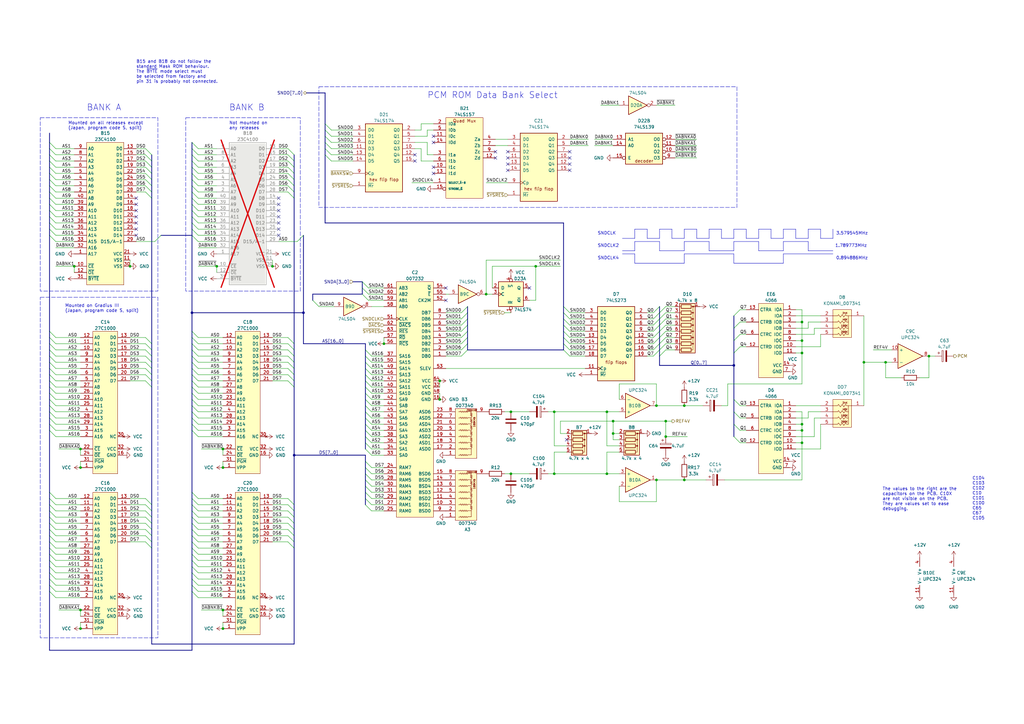
<source format=kicad_sch>
(kicad_sch (version 20230121) (generator eeschema)
  (paper "A3")
  (title_block (title "Gradius 3") (date "2024-04-11") (company "Konami GX945") (comment 1 "Ulf Skutnabba, twitter: @skutis77"))
  (junction (at 124.46 128.27))
  (junction (at 30.48 109.22))
  (junction (at 33.02 257.81))
  (junction (at 78.74 128.27))
  (junction (at 354.33 148.59))
  (junction (at 248.92 194.31))
  (junction (at 280.67 166.37))
  (junction (at 209.55 168.91))
  (junction (at 251.46 172.72))
  (junction (at 227.33 168.91))
  (junction (at 33.02 250.19))
  (junction (at 91.44 191.77))
  (junction (at 33.02 184.15))
  (junction (at 328.93 181.61))
  (junction (at 157.48 140.97))
  (junction (at 328.93 176.53))
  (junction (at 91.44 257.81))
  (junction (at 300.99 149.86))
  (junction (at 251.46 177.8))
  (junction (at 180.34 163.83))
  (junction (at 273.05 172.72))
  (junction (at 209.55 194.31))
  (junction (at 120.65 186.69))
  (junction (at 91.44 250.19))
  (junction (at 328.93 139.7))
  (junction (at 269.24 166.37))
  (junction (at 273.05 179.07))
  (junction (at 328.93 132.08))
  (junction (at 180.34 156.21))
  (junction (at 269.24 196.85))
  (junction (at 33.02 191.77))
  (junction (at 328.93 173.99))
  (junction (at 199.39 120.65))
  (junction (at 227.33 194.31))
  (junction (at 381 146.05))
  (junction (at 91.44 184.15))
  (junction (at 88.9 109.22))
  (junction (at 53.34 109.22))
  (junction (at 328.93 144.78))
  (junction (at 219.71 109.22))
  (junction (at 280.67 196.85))
  (junction (at 111.76 109.22))
  (junction (at 248.92 168.91))
  (junction (at 363.22 148.59))
  (no_connect (at 114.3 88.9))
  (no_connect (at 203.2 64.77))
  (no_connect (at 55.88 81.28))
  (no_connect (at 177.8 71.12))
  (no_connect (at 114.3 93.98))
  (no_connect (at 182.88 118.11))
  (no_connect (at 55.88 86.36))
  (no_connect (at 233.68 67.31))
  (no_connect (at 203.2 62.23))
  (no_connect (at 182.88 123.19))
  (no_connect (at 233.68 69.85))
  (no_connect (at 55.88 88.9))
  (no_connect (at 114.3 91.44))
  (no_connect (at 114.3 86.36))
  (no_connect (at 170.18 66.04))
  (no_connect (at 208.28 69.85))
  (no_connect (at 114.3 81.28))
  (no_connect (at 114.3 83.82))
  (no_connect (at 55.88 91.44))
  (no_connect (at 233.68 64.77))
  (no_connect (at 55.88 93.98))
  (no_connect (at 177.8 55.88))
  (no_connect (at 55.88 83.82))
  (no_connect (at 208.28 62.23))
  (no_connect (at 114.3 96.52))
  (no_connect (at 208.28 64.77))
  (no_connect (at 177.8 68.58))
  (no_connect (at 208.28 67.31))
  (no_connect (at 232.41 180.34))
  (no_connect (at 55.88 96.52))
  (no_connect (at 217.17 118.11))
  (no_connect (at 177.8 58.42))
  (no_connect (at 170.18 63.5))
  (no_connect (at 233.68 62.23))
  (bus_entry (at 22.86 146.05) (size -2.54 -2.54))
  (bus_entry (at 149.86 176.53) (size 2.54 2.54))
  (bus_entry (at 62.23 148.59) (size -2.54 -2.54))
  (bus_entry (at 22.86 219.71) (size -2.54 -2.54))
  (bus_entry (at 62.23 78.74) (size -2.54 -2.54))
  (bus_entry (at 22.86 156.21) (size -2.54 -2.54))
  (bus_entry (at 62.23 219.71) (size -2.54 -2.54))
  (bus_entry (at 22.86 209.55) (size -2.54 -2.54))
  (bus_entry (at 120.65 214.63) (size -2.54 -2.54))
  (bus_entry (at 81.28 86.36) (size -2.54 -2.54))
  (bus_entry (at 22.86 60.96) (size -2.54 -2.54))
  (bus_entry (at 81.28 171.45) (size -2.54 -2.54))
  (bus_entry (at 300.99 144.78) (size 2.54 -2.54))
  (bus_entry (at 267.97 128.27) (size 2.54 -2.54))
  (bus_entry (at 120.65 224.79) (size -2.54 -2.54))
  (bus_entry (at 300.99 179.07) (size 2.54 2.54))
  (bus_entry (at 149.86 148.59) (size 2.54 2.54))
  (bus_entry (at 148.59 118.11) (size 2.54 2.54))
  (bus_entry (at 300.99 168.91) (size 2.54 2.54))
  (bus_entry (at 81.28 212.09) (size -2.54 -2.54))
  (bus_entry (at 62.23 153.67) (size -2.54 -2.54))
  (bus_entry (at 22.86 158.75) (size -2.54 -2.54))
  (bus_entry (at 22.86 76.2) (size -2.54 -2.54))
  (bus_entry (at 189.23 130.81) (size 2.54 -2.54))
  (bus_entry (at 124.46 96.52) (size -2.54 2.54))
  (bus_entry (at 22.86 229.87) (size -2.54 -2.54))
  (bus_entry (at 81.28 166.37) (size -2.54 -2.54))
  (bus_entry (at 233.68 146.05) (size -2.54 -2.54))
  (bus_entry (at 149.86 173.99) (size 2.54 2.54))
  (bus_entry (at 22.86 91.44) (size -2.54 -2.54))
  (bus_entry (at 22.86 176.53) (size -2.54 -2.54))
  (bus_entry (at 81.28 143.51) (size -2.54 -2.54))
  (bus_entry (at 22.86 148.59) (size -2.54 -2.54))
  (bus_entry (at 120.65 81.28) (size -2.54 -2.54))
  (bus_entry (at 22.86 217.17) (size -2.54 -2.54))
  (bus_entry (at 62.23 73.66) (size -2.54 -2.54))
  (bus_entry (at 120.65 156.21) (size -2.54 -2.54))
  (bus_entry (at 189.23 135.89) (size 2.54 -2.54))
  (bus_entry (at 233.68 138.43) (size -2.54 -2.54))
  (bus_entry (at 148.59 115.57) (size 2.54 2.54))
  (bus_entry (at 62.23 224.79) (size -2.54 -2.54))
  (bus_entry (at 81.28 229.87) (size -2.54 -2.54))
  (bus_entry (at 81.28 209.55) (size -2.54 -2.54))
  (bus_entry (at 62.23 158.75) (size -2.54 -2.54))
  (bus_entry (at 62.23 71.12) (size -2.54 -2.54))
  (bus_entry (at 81.28 138.43) (size -2.54 -2.54))
  (bus_entry (at 22.86 140.97) (size -2.54 -2.54))
  (bus_entry (at 233.68 143.51) (size -2.54 -2.54))
  (bus_entry (at 149.86 207.01) (size 2.54 2.54))
  (bus_entry (at 81.28 73.66) (size -2.54 -2.54))
  (bus_entry (at 149.86 199.39) (size 2.54 2.54))
  (bus_entry (at 148.59 120.65) (size 2.54 2.54))
  (bus_entry (at 120.65 143.51) (size -2.54 -2.54))
  (bus_entry (at 267.97 146.05) (size 2.54 -2.54))
  (bus_entry (at 270.51 130.81) (size 2.54 -2.54))
  (bus_entry (at 81.28 234.95) (size -2.54 -2.54))
  (bus_entry (at 120.65 207.01) (size -2.54 -2.54))
  (bus_entry (at 22.86 153.67) (size -2.54 -2.54))
  (bus_entry (at 270.51 133.35) (size 2.54 -2.54))
  (bus_entry (at 81.28 237.49) (size -2.54 -2.54))
  (bus_entry (at 120.65 71.12) (size -2.54 -2.54))
  (bus_entry (at 120.65 158.75) (size -2.54 -2.54))
  (bus_entry (at 22.86 234.95) (size -2.54 -2.54))
  (bus_entry (at 300.99 134.62) (size 2.54 -2.54))
  (bus_entry (at 267.97 140.97) (size 2.54 -2.54))
  (bus_entry (at 81.28 91.44) (size -2.54 -2.54))
  (bus_entry (at 81.28 76.2) (size -2.54 -2.54))
  (bus_entry (at 22.86 214.63) (size -2.54 -2.54))
  (bus_entry (at 22.86 173.99) (size -2.54 -2.54))
  (bus_entry (at 22.86 237.49) (size -2.54 -2.54))
  (bus_entry (at 62.23 212.09) (size -2.54 -2.54))
  (bus_entry (at 81.28 214.63) (size -2.54 -2.54))
  (bus_entry (at 22.86 86.36) (size -2.54 -2.54))
  (bus_entry (at 62.23 222.25) (size -2.54 -2.54))
  (bus_entry (at 120.65 73.66) (size -2.54 -2.54))
  (bus_entry (at 81.28 163.83) (size -2.54 -2.54))
  (bus_entry (at 81.28 93.98) (size -2.54 -2.54))
  (bus_entry (at 233.68 135.89) (size -2.54 -2.54))
  (bus_entry (at 233.68 128.27) (size -2.54 -2.54))
  (bus_entry (at 300.99 173.99) (size 2.54 2.54))
  (bus_entry (at 22.86 96.52) (size -2.54 -2.54))
  (bus_entry (at 81.28 151.13) (size -2.54 -2.54))
  (bus_entry (at 81.28 219.71) (size -2.54 -2.54))
  (bus_entry (at 22.86 204.47) (size -2.54 -2.54))
  (bus_entry (at 149.86 189.23) (size 2.54 2.54))
  (bus_entry (at 149.86 171.45) (size 2.54 2.54))
  (bus_entry (at 62.23 143.51) (size -2.54 -2.54))
  (bus_entry (at 233.68 133.35) (size -2.54 -2.54))
  (bus_entry (at 135.89 58.42) (size -2.54 -2.54))
  (bus_entry (at 128.27 123.19) (size 2.54 2.54))
  (bus_entry (at 233.68 130.81) (size -2.54 -2.54))
  (bus_entry (at 149.86 168.91) (size 2.54 2.54))
  (bus_entry (at 62.23 151.13) (size -2.54 -2.54))
  (bus_entry (at 267.97 138.43) (size 2.54 -2.54))
  (bus_entry (at 22.86 81.28) (size -2.54 -2.54))
  (bus_entry (at 81.28 173.99) (size -2.54 -2.54))
  (bus_entry (at 267.97 135.89) (size 2.54 -2.54))
  (bus_entry (at 22.86 99.06) (size -2.54 -2.54))
  (bus_entry (at 135.89 60.96) (size -2.54 -2.54))
  (bus_entry (at 22.86 161.29) (size -2.54 -2.54))
  (bus_entry (at 22.86 212.09) (size -2.54 -2.54))
  (bus_entry (at 81.28 140.97) (size -2.54 -2.54))
  (bus_entry (at 62.23 156.21) (size -2.54 -2.54))
  (bus_entry (at 22.86 166.37) (size -2.54 -2.54))
  (bus_entry (at 233.68 140.97) (size -2.54 -2.54))
  (bus_entry (at 22.86 73.66) (size -2.54 -2.54))
  (bus_entry (at 22.86 143.51) (size -2.54 -2.54))
  (bus_entry (at 22.86 224.79) (size -2.54 -2.54))
  (bus_entry (at 81.28 242.57) (size -2.54 -2.54))
  (bus_entry (at 22.86 93.98) (size -2.54 -2.54))
  (bus_entry (at 149.86 158.75) (size 2.54 2.54))
  (bus_entry (at 135.89 66.04) (size -2.54 -2.54))
  (bus_entry (at 22.86 138.43) (size -2.54 -2.54))
  (bus_entry (at 22.86 88.9) (size -2.54 -2.54))
  (bus_entry (at 120.65 219.71) (size -2.54 -2.54))
  (bus_entry (at 120.65 209.55) (size -2.54 -2.54))
  (bus_entry (at 62.23 76.2) (size -2.54 -2.54))
  (bus_entry (at 81.28 60.96) (size -2.54 -2.54))
  (bus_entry (at 81.28 81.28) (size -2.54 -2.54))
  (bus_entry (at 149.86 163.83) (size 2.54 2.54))
  (bus_entry (at 149.86 191.77) (size 2.54 2.54))
  (bus_entry (at 189.23 140.97) (size 2.54 -2.54))
  (bus_entry (at 270.51 140.97) (size 2.54 -2.54))
  (bus_entry (at 135.89 53.34) (size -2.54 -2.54))
  (bus_entry (at 270.51 128.27) (size 2.54 -2.54))
  (bus_entry (at 81.28 207.01) (size -2.54 -2.54))
  (bus_entry (at 189.23 133.35) (size 2.54 -2.54))
  (bus_entry (at 120.65 148.59) (size -2.54 -2.54))
  (bus_entry (at 81.28 146.05) (size -2.54 -2.54))
  (bus_entry (at 81.28 99.06) (size -2.54 -2.54))
  (bus_entry (at 22.86 207.01) (size -2.54 -2.54))
  (bus_entry (at 149.86 181.61) (size 2.54 2.54))
  (bus_entry (at 120.65 222.25) (size -2.54 -2.54))
  (bus_entry (at 62.23 207.01) (size -2.54 -2.54))
  (bus_entry (at 81.28 96.52) (size -2.54 -2.54))
  (bus_entry (at 120.65 217.17) (size -2.54 -2.54))
  (bus_entry (at 81.28 232.41) (size -2.54 -2.54))
  (bus_entry (at 267.97 143.51) (size 2.54 -2.54))
  (bus_entry (at 300.99 163.83) (size 2.54 2.54))
  (bus_entry (at 62.23 66.04) (size -2.54 -2.54))
  (bus_entry (at 81.28 78.74) (size -2.54 -2.54))
  (bus_entry (at 81.28 179.07) (size -2.54 -2.54))
  (bus_entry (at 22.86 179.07) (size -2.54 -2.54))
  (bus_entry (at 81.28 224.79) (size -2.54 -2.54))
  (bus_entry (at 62.23 140.97) (size -2.54 -2.54))
  (bus_entry (at 300.99 139.7) (size 2.54 -2.54))
  (bus_entry (at 149.86 143.51) (size 2.54 2.54))
  (bus_entry (at 270.51 138.43) (size 2.54 -2.54))
  (bus_entry (at 149.86 179.07) (size 2.54 2.54))
  (bus_entry (at 22.86 63.5) (size -2.54 -2.54))
  (bus_entry (at 22.86 68.58) (size -2.54 -2.54))
  (bus_entry (at 81.28 68.58) (size -2.54 -2.54))
  (bus_entry (at 270.51 146.05) (size 2.54 -2.54))
  (bus_entry (at 135.89 63.5) (size -2.54 -2.54))
  (bus_entry (at 149.86 151.13) (size 2.54 2.54))
  (bus_entry (at 189.23 146.05) (size 2.54 -2.54))
  (bus_entry (at 81.28 88.9) (size -2.54 -2.54))
  (bus_entry (at 149.86 184.15) (size 2.54 2.54))
  (bus_entry (at 22.86 171.45) (size -2.54 -2.54))
  (bus_entry (at 149.86 153.67) (size 2.54 2.54))
  (bus_entry (at 149.86 166.37) (size 2.54 2.54))
  (bus_entry (at 120.65 212.09) (size -2.54 -2.54))
  (bus_entry (at 62.23 217.17) (size -2.54 -2.54))
  (bus_entry (at 62.23 81.28) (size -2.54 -2.54))
  (bus_entry (at 81.28 161.29) (size -2.54 -2.54))
  (bus_entry (at 81.28 227.33) (size -2.54 -2.54))
  (bus_entry (at 62.23 63.5) (size -2.54 -2.54))
  (bus_entry (at 120.65 68.58) (size -2.54 -2.54))
  (bus_entry (at 81.28 66.04) (size -2.54 -2.54))
  (bus_entry (at 81.28 158.75) (size -2.54 -2.54))
  (bus_entry (at 81.28 204.47) (size -2.54 -2.54))
  (bus_entry (at 81.28 217.17) (size -2.54 -2.54))
  (bus_entry (at 81.28 156.21) (size -2.54 -2.54))
  (bus_entry (at 270.51 135.89) (size 2.54 -2.54))
  (bus_entry (at 22.86 66.04) (size -2.54 -2.54))
  (bus_entry (at 149.86 146.05) (size 2.54 2.54))
  (bus_entry (at 22.86 151.13) (size -2.54 -2.54))
  (bus_entry (at 81.28 148.59) (size -2.54 -2.54))
  (bus_entry (at 270.51 143.51) (size 2.54 -2.54))
  (bus_entry (at 300.99 129.54) (size 2.54 -2.54))
  (bus_entry (at 120.65 78.74) (size -2.54 -2.54))
  (bus_entry (at 149.86 201.93) (size 2.54 2.54))
  (bus_entry (at 22.86 71.12) (size -2.54 -2.54))
  (bus_entry (at 81.28 83.82) (size -2.54 -2.54))
  (bus_entry (at 81.28 153.67) (size -2.54 -2.54))
  (bus_entry (at 22.86 168.91) (size -2.54 -2.54))
  (bus_entry (at 189.23 128.27) (size 2.54 -2.54))
  (bus_entry (at 81.28 222.25) (size -2.54 -2.54))
  (bus_entry (at 81.28 176.53) (size -2.54 -2.54))
  (bus_entry (at 22.86 240.03) (size -2.54 -2.54))
  (bus_entry (at 22.86 83.82) (size -2.54 -2.54))
  (bus_entry (at 22.86 222.25) (size -2.54 -2.54))
  (bus_entry (at 120.65 146.05) (size -2.54 -2.54))
  (bus_entry (at 149.86 204.47) (size 2.54 2.54))
  (bus_entry (at 149.86 161.29) (size 2.54 2.54))
  (bus_entry (at 120.65 151.13) (size -2.54 -2.54))
  (bus_entry (at 120.65 140.97) (size -2.54 -2.54))
  (bus_entry (at 267.97 130.81) (size 2.54 -2.54))
  (bus_entry (at 22.86 163.83) (size -2.54 -2.54))
  (bus_entry (at 62.23 214.63) (size -2.54 -2.54))
  (bus_entry (at 81.28 168.91) (size -2.54 -2.54))
  (bus_entry (at 135.89 55.88) (size -2.54 -2.54))
  (bus_entry (at 62.23 209.55) (size -2.54 -2.54))
  (bus_entry (at 22.86 78.74) (size -2.54 -2.54))
  (bus_entry (at 22.86 242.57) (size -2.54 -2.54))
  (bus_entry (at 22.86 232.41) (size -2.54 -2.54))
  (bus_entry (at 81.28 245.11) (size -2.54 -2.54))
  (bus_entry (at 66.04 96.52) (size -2.54 2.54))
  (bus_entry (at 120.65 153.67) (size -2.54 -2.54))
  (bus_entry (at 81.28 71.12) (size -2.54 -2.54))
  (bus_entry (at 189.23 143.51) (size 2.54 -2.54))
  (bus_entry (at 81.28 63.5) (size -2.54 -2.54))
  (bus_entry (at 189.23 138.43) (size 2.54 -2.54))
  (bus_entry (at 81.28 240.03) (size -2.54 -2.54))
  (bus_entry (at 120.65 76.2) (size -2.54 -2.54))
  (bus_entry (at 62.23 146.05) (size -2.54 -2.54))
  (bus_entry (at 62.23 68.58) (size -2.54 -2.54))
  (bus_entry (at 22.86 245.11) (size -2.54 -2.54))
  (bus_entry (at 120.65 66.04) (size -2.54 -2.54))
  (bus_entry (at 149.86 196.85) (size 2.54 2.54))
  (bus_entry (at 149.86 194.31) (size 2.54 2.54))
  (bus_entry (at 267.97 133.35) (size 2.54 -2.54))
  (bus_entry (at 22.86 227.33) (size -2.54 -2.54))
  (bus_entry (at 149.86 156.21) (size 2.54 2.54))
  (bus_entry (at 120.65 63.5) (size -2.54 -2.54))
  (polyline (pts (xy 260.35 93.98) (xy 265.43 93.98)))
  (wire (pts (xy 265.43 133.35) (xy 267.97 133.35)))
  (wire (pts (xy 22.86 227.33) (xy 33.02 227.33)))
  (wire (pts (xy 22.86 68.58) (xy 30.48 68.58)))
  (wire (pts (xy 22.86 140.97) (xy 33.02 140.97)))
  (wire (pts (xy 224.79 194.31) (xy 227.33 194.31)))
  (wire (pts (xy 81.28 229.87) (xy 91.44 229.87)))
  (wire (pts (xy 81.28 224.79) (xy 91.44 224.79)))
  (wire (pts (xy 369.57 154.94) (xy 363.22 154.94)))
  (wire (pts (xy 326.39 171.45) (xy 331.47 171.45)))
  (wire (pts (xy 118.11 209.55) (xy 111.76 209.55)))
  (wire (pts (xy 363.22 154.94) (xy 363.22 148.59)))
  (wire (pts (xy 135.89 63.5) (xy 144.78 63.5)))
  (bus (pts (xy 20.32 156.21) (xy 20.32 158.75)))
  (polyline (pts (xy 331.47 99.06) (xy 331.47 102.87)))
  (bus (pts (xy 78.74 73.66) (xy 78.74 76.2)))
  (wire (pts (xy 81.28 222.25) (xy 91.44 222.25)))
  (bus (pts (xy 120.65 224.79) (xy 120.65 264.16)))
  (wire (pts (xy 22.86 214.63) (xy 33.02 214.63)))
  (wire (pts (xy 172.72 53.34) (xy 172.72 50.8)))
  (wire (pts (xy 118.11 146.05) (xy 111.76 146.05)))
  (wire (pts (xy 326.39 166.37) (xy 336.55 166.37)))
  (wire (pts (xy 233.68 130.81) (xy 240.03 130.81)))
  (polyline (pts (xy 326.39 97.79) (xy 331.47 97.79)))
  (bus (pts (xy 62.23 214.63) (xy 62.23 217.17)))
  (polyline (pts (xy 311.15 99.06) (xy 311.15 102.87)))
  (wire (pts (xy 265.43 143.51) (xy 267.97 143.51)))
  (wire (pts (xy 81.28 101.6) (xy 88.9 101.6)))
  (wire (pts (xy 81.28 173.99) (xy 91.44 173.99)))
  (bus (pts (xy 78.74 78.74) (xy 78.74 81.28)))
  (bus (pts (xy 78.74 71.12) (xy 78.74 73.66)))
  (wire (pts (xy 219.71 109.22) (xy 219.71 123.19)))
  (wire (pts (xy 248.92 185.42) (xy 254 185.42)))
  (bus (pts (xy 120.65 219.71) (xy 120.65 217.17)))
  (wire (pts (xy 22.86 99.06) (xy 30.48 99.06)))
  (bus (pts (xy 62.23 151.13) (xy 62.23 153.67)))
  (wire (pts (xy 152.4 201.93) (xy 157.48 201.93)))
  (bus (pts (xy 231.14 128.27) (xy 231.14 130.81)))
  (wire (pts (xy 81.28 86.36) (xy 88.9 86.36)))
  (wire (pts (xy 152.4 168.91) (xy 157.48 168.91)))
  (wire (pts (xy 30.48 109.22) (xy 30.48 111.76)))
  (bus (pts (xy 20.32 151.13) (xy 20.32 153.67)))
  (bus (pts (xy 120.65 76.2) (xy 120.65 78.74)))
  (polyline (pts (xy 306.07 97.79) (xy 311.15 97.79)))
  (wire (pts (xy 130.81 125.73) (xy 137.16 125.73)))
  (bus (pts (xy 78.74 96.52) (xy 78.74 128.27)))
  (wire (pts (xy 53.34 106.68) (xy 53.34 109.22)))
  (wire (pts (xy 22.86 83.82) (xy 30.48 83.82)))
  (wire (pts (xy 254 180.34) (xy 251.46 180.34)))
  (polyline (pts (xy 300.99 104.14) (xy 300.99 107.95)))
  (wire (pts (xy 91.44 189.23) (xy 91.44 191.77)))
  (bus (pts (xy 120.65 81.28) (xy 120.65 140.97)))
  (wire (pts (xy 81.28 179.07) (xy 91.44 179.07)))
  (wire (pts (xy 55.88 99.06) (xy 63.5 99.06)))
  (bus (pts (xy 20.32 83.82) (xy 20.32 81.28)))
  (wire (pts (xy 232.41 185.42) (xy 227.33 185.42)))
  (bus (pts (xy 300.99 163.83) (xy 300.99 168.91)))
  (polyline (pts (xy 341.63 97.79) (xy 341.63 93.98)))
  (bus (pts (xy 20.32 222.25) (xy 20.32 219.71)))
  (polyline (pts (xy 326.39 93.98) (xy 326.39 97.79)))
  (bus (pts (xy 20.32 60.96) (xy 20.32 58.42)))
  (wire (pts (xy 273.05 128.27) (xy 276.86 128.27)))
  (wire (pts (xy 152.4 204.47) (xy 157.48 204.47)))
  (polyline (pts (xy 255.27 104.14) (xy 260.35 104.14)))
  (wire (pts (xy 59.69 66.04) (xy 55.88 66.04)))
  (bus (pts (xy 120.65 156.21) (xy 120.65 158.75)))
  (wire (pts (xy 189.23 138.43) (xy 182.88 138.43)))
  (wire (pts (xy 209.55 168.91) (xy 217.17 168.91)))
  (polyline (pts (xy 336.55 97.79) (xy 341.63 97.79)))
  (bus (pts (xy 231.14 135.89) (xy 231.14 138.43)))
  (wire (pts (xy 328.93 127) (xy 328.93 132.08)))
  (bus (pts (xy 20.32 153.67) (xy 20.32 156.21)))
  (bus (pts (xy 133.35 63.5) (xy 133.35 91.44)))
  (bus (pts (xy 20.32 91.44) (xy 20.32 88.9)))
  (wire (pts (xy 22.86 78.74) (xy 30.48 78.74)))
  (wire (pts (xy 22.86 166.37) (xy 33.02 166.37)))
  (bus (pts (xy 120.65 63.5) (xy 120.65 66.04)))
  (wire (pts (xy 243.84 59.69) (xy 251.46 59.69)))
  (wire (pts (xy 182.88 120.65) (xy 184.15 120.65)))
  (bus (pts (xy 300.99 134.62) (xy 300.99 139.7)))
  (wire (pts (xy 81.28 219.71) (xy 91.44 219.71)))
  (bus (pts (xy 20.32 161.29) (xy 20.32 163.83)))
  (bus (pts (xy 62.23 222.25) (xy 62.23 224.79)))
  (bus (pts (xy 20.32 242.57) (xy 20.32 240.03)))
  (bus (pts (xy 231.14 125.73) (xy 231.14 128.27)))
  (bus (pts (xy 20.32 96.52) (xy 20.32 93.98)))
  (bus (pts (xy 149.86 201.93) (xy 149.86 199.39)))
  (bus (pts (xy 20.32 71.12) (xy 20.32 68.58)))
  (polyline (pts (xy 321.31 97.79) (xy 321.31 93.98)))
  (polyline (pts (xy 270.51 93.98) (xy 275.59 93.98)))
  (wire (pts (xy 334.01 137.16) (xy 334.01 134.62)))
  (bus (pts (xy 62.23 153.67) (xy 62.23 156.21)))
  (wire (pts (xy 22.86 86.36) (xy 30.48 86.36)))
  (bus (pts (xy 20.32 173.99) (xy 20.32 176.53)))
  (bus (pts (xy 20.32 73.66) (xy 20.32 71.12)))
  (bus (pts (xy 149.86 161.29) (xy 149.86 163.83)))
  (wire (pts (xy 22.86 88.9) (xy 30.48 88.9)))
  (wire (pts (xy 151.13 118.11) (xy 157.48 118.11)))
  (wire (pts (xy 152.4 125.73) (xy 157.48 125.73)))
  (bus (pts (xy 62.23 209.55) (xy 62.23 212.09)))
  (bus (pts (xy 78.74 176.53) (xy 78.74 201.93)))
  (wire (pts (xy 118.11 60.96) (xy 114.3 60.96)))
  (bus (pts (xy 62.23 158.75) (xy 62.23 207.01)))
  (wire (pts (xy 199.39 74.93) (xy 208.28 74.93)))
  (bus (pts (xy 270.51 133.35) (xy 270.51 135.89)))
  (wire (pts (xy 118.11 66.04) (xy 114.3 66.04)))
  (bus (pts (xy 270.51 128.27) (xy 270.51 130.81)))
  (wire (pts (xy 22.86 240.03) (xy 33.02 240.03)))
  (wire (pts (xy 336.55 184.15) (xy 336.55 173.99)))
  (polyline (pts (xy 306.07 93.98) (xy 306.07 97.79)))
  (bus (pts (xy 78.74 140.97) (xy 78.74 143.51)))
  (wire (pts (xy 118.11 76.2) (xy 114.3 76.2)))
  (wire (pts (xy 168.91 74.93) (xy 177.8 74.93)))
  (polyline (pts (xy 260.35 97.79) (xy 260.35 93.98)))
  (wire (pts (xy 33.02 255.27) (xy 33.02 257.81)))
  (wire (pts (xy 22.86 109.22) (xy 30.48 109.22)))
  (wire (pts (xy 303.53 127) (xy 306.07 127)))
  (wire (pts (xy 328.93 181.61) (xy 326.39 181.61)))
  (bus (pts (xy 78.74 93.98) (xy 78.74 96.52)))
  (bus (pts (xy 78.74 166.37) (xy 78.74 168.91)))
  (bus (pts (xy 78.74 204.47) (xy 78.74 207.01)))
  (wire (pts (xy 81.28 66.04) (xy 88.9 66.04)))
  (bus (pts (xy 78.74 91.44) (xy 78.74 93.98)))
  (bus (pts (xy 149.86 140.97) (xy 149.86 143.51)))
  (wire (pts (xy 53.34 212.09) (xy 59.69 212.09)))
  (bus (pts (xy 149.86 196.85) (xy 149.86 194.31)))
  (wire (pts (xy 328.93 132.08) (xy 328.93 139.7)))
  (wire (pts (xy 33.02 184.15) (xy 33.02 186.69)))
  (wire (pts (xy 81.28 214.63) (xy 91.44 214.63)))
  (polyline (pts (xy 331.47 97.79) (xy 331.47 93.98)))
  (wire (pts (xy 22.86 234.95) (xy 33.02 234.95)))
  (bus (pts (xy 270.51 138.43) (xy 270.51 140.97)))
  (wire (pts (xy 53.34 214.63) (xy 59.69 214.63)))
  (wire (pts (xy 22.86 209.55) (xy 33.02 209.55)))
  (wire (pts (xy 151.13 123.19) (xy 157.48 123.19)))
  (wire (pts (xy 22.86 207.01) (xy 33.02 207.01)))
  (bus (pts (xy 20.32 217.17) (xy 20.32 214.63)))
  (wire (pts (xy 81.28 161.29) (xy 91.44 161.29)))
  (bus (pts (xy 120.65 143.51) (xy 120.65 146.05)))
  (bus (pts (xy 20.32 207.01) (xy 20.32 204.47)))
  (bus (pts (xy 149.86 189.23) (xy 149.86 186.69)))
  (bus (pts (xy 231.14 133.35) (xy 231.14 135.89)))
  (bus (pts (xy 120.65 186.69) (xy 149.86 186.69)))
  (bus (pts (xy 120.65 212.09) (xy 120.65 209.55)))
  (wire (pts (xy 118.11 207.01) (xy 111.76 207.01)))
  (polyline (pts (xy 321.31 99.06) (xy 331.47 99.06)))
  (polyline (pts (xy 285.75 93.98) (xy 285.75 97.79)))
  (wire (pts (xy 81.28 209.55) (xy 91.44 209.55)))
  (bus (pts (xy 149.86 179.07) (xy 149.86 181.61)))
  (bus (pts (xy 148.59 115.57) (xy 148.59 118.11)))
  (wire (pts (xy 273.05 138.43) (xy 276.86 138.43)))
  (wire (pts (xy 203.2 59.69) (xy 208.28 59.69)))
  (bus (pts (xy 20.32 88.9) (xy 20.32 86.36)))
  (bus (pts (xy 300.99 139.7) (xy 300.99 144.78)))
  (bus (pts (xy 78.74 158.75) (xy 78.74 161.29)))
  (wire (pts (xy 248.92 168.91) (xy 254 168.91)))
  (wire (pts (xy 201.93 109.22) (xy 201.93 118.11)))
  (wire (pts (xy 135.89 66.04) (xy 144.78 66.04)))
  (wire (pts (xy 22.86 60.96) (xy 30.48 60.96)))
  (wire (pts (xy 91.44 250.19) (xy 91.44 252.73)))
  (wire (pts (xy 273.05 133.35) (xy 276.86 133.35)))
  (wire (pts (xy 118.11 156.21) (xy 111.76 156.21)))
  (wire (pts (xy 81.28 151.13) (xy 91.44 151.13)))
  (wire (pts (xy 233.68 143.51) (xy 240.03 143.51)))
  (bus (pts (xy 191.77 140.97) (xy 191.77 143.51)))
  (wire (pts (xy 118.11 68.58) (xy 114.3 68.58)))
  (wire (pts (xy 303.53 181.61) (xy 306.07 181.61)))
  (wire (pts (xy 81.28 138.43) (xy 91.44 138.43)))
  (wire (pts (xy 280.67 166.37) (xy 288.29 166.37)))
  (wire (pts (xy 81.28 140.97) (xy 91.44 140.97)))
  (polyline (pts (xy 290.83 97.79) (xy 290.83 93.98)))
  (bus (pts (xy 62.23 76.2) (xy 62.23 78.74)))
  (wire (pts (xy 233.68 128.27) (xy 240.03 128.27)))
  (wire (pts (xy 22.86 76.2) (xy 30.48 76.2)))
  (bus (pts (xy 62.23 68.58) (xy 62.23 71.12)))
  (wire (pts (xy 233.68 140.97) (xy 240.03 140.97)))
  (wire (pts (xy 152.4 148.59) (xy 157.48 148.59)))
  (bus (pts (xy 149.86 207.01) (xy 149.86 204.47)))
  (bus (pts (xy 133.35 55.88) (xy 133.35 58.42)))
  (wire (pts (xy 354.33 148.59) (xy 354.33 166.37)))
  (wire (pts (xy 217.17 123.19) (xy 219.71 123.19)))
  (bus (pts (xy 20.32 234.95) (xy 20.32 232.41)))
  (bus (pts (xy 149.86 194.31) (xy 149.86 191.77)))
  (wire (pts (xy 189.23 143.51) (xy 182.88 143.51)))
  (bus (pts (xy 149.86 143.51) (xy 149.86 146.05)))
  (bus (pts (xy 149.86 156.21) (xy 149.86 158.75)))
  (wire (pts (xy 265.43 138.43) (xy 267.97 138.43)))
  (wire (pts (xy 251.46 177.8) (xy 254 177.8)))
  (wire (pts (xy 170.18 60.96) (xy 172.72 60.96)))
  (bus (pts (xy 62.23 140.97) (xy 62.23 143.51)))
  (bus (pts (xy 20.32 163.83) (xy 20.32 166.37)))
  (polyline (pts (xy 255.27 102.87) (xy 260.35 102.87)))
  (bus (pts (xy 78.74 242.57) (xy 78.74 266.7)))
  (wire (pts (xy 326.39 179.07) (xy 334.01 179.07)))
  (bus (pts (xy 20.32 224.79) (xy 20.32 222.25)))
  (wire (pts (xy 331.47 132.08) (xy 331.47 134.62)))
  (wire (pts (xy 326.39 127) (xy 328.93 127)))
  (wire (pts (xy 303.53 132.08) (xy 306.07 132.08)))
  (bus (pts (xy 20.32 140.97) (xy 20.32 143.51)))
  (wire (pts (xy 53.34 207.01) (xy 59.69 207.01)))
  (wire (pts (xy 81.28 242.57) (xy 91.44 242.57)))
  (bus (pts (xy 20.32 214.63) (xy 20.32 212.09)))
  (wire (pts (xy 81.28 76.2) (xy 88.9 76.2)))
  (polyline (pts (xy 311.15 97.79) (xy 311.15 93.98)))
  (wire (pts (xy 22.86 138.43) (xy 33.02 138.43)))
  (polyline (pts (xy 280.67 97.79) (xy 280.67 93.98)))
  (wire (pts (xy 199.39 120.65) (xy 199.39 106.68)))
  (wire (pts (xy 170.18 58.42) (xy 175.26 58.42)))
  (wire (pts (xy 22.86 219.71) (xy 33.02 219.71)))
  (bus (pts (xy 20.32 68.58) (xy 20.32 66.04)))
  (wire (pts (xy 81.28 63.5) (xy 88.9 63.5)))
  (wire (pts (xy 297.18 196.85) (xy 328.93 196.85)))
  (wire (pts (xy 152.4 171.45) (xy 157.48 171.45)))
  (wire (pts (xy 118.11 219.71) (xy 111.76 219.71)))
  (bus (pts (xy 78.74 76.2) (xy 78.74 78.74)))
  (wire (pts (xy 219.71 109.22) (xy 229.87 109.22)))
  (wire (pts (xy 59.69 143.51) (xy 53.34 143.51)))
  (wire (pts (xy 207.01 194.31) (xy 209.55 194.31)))
  (bus (pts (xy 231.14 140.97) (xy 231.14 143.51)))
  (bus (pts (xy 20.32 176.53) (xy 20.32 201.93)))
  (wire (pts (xy 276.86 64.77) (xy 285.75 64.77)))
  (bus (pts (xy 191.77 143.51) (xy 231.14 143.51)))
  (wire (pts (xy 118.11 78.74) (xy 114.3 78.74)))
  (wire (pts (xy 53.34 153.67) (xy 59.69 153.67)))
  (bus (pts (xy 120.65 209.55) (xy 120.65 207.01)))
  (wire (pts (xy 328.93 144.78) (xy 326.39 144.78)))
  (wire (pts (xy 22.86 245.11) (xy 33.02 245.11)))
  (bus (pts (xy 20.32 266.7) (xy 20.32 242.57)))
  (wire (pts (xy 81.28 176.53) (xy 91.44 176.53)))
  (bus (pts (xy 20.32 138.43) (xy 20.32 140.97)))
  (bus (pts (xy 128.27 120.65) (xy 148.59 120.65)))
  (wire (pts (xy 82.55 250.19) (xy 91.44 250.19)))
  (bus (pts (xy 120.65 186.69) (xy 120.65 207.01)))
  (wire (pts (xy 328.93 176.53) (xy 326.39 176.53)))
  (bus (pts (xy 120.65 153.67) (xy 120.65 156.21)))
  (wire (pts (xy 152.4 194.31) (xy 157.48 194.31)))
  (bus (pts (xy 149.86 173.99) (xy 149.86 176.53)))
  (bus (pts (xy 78.74 66.04) (xy 78.74 68.58)))
  (wire (pts (xy 53.34 204.47) (xy 59.69 204.47)))
  (polyline (pts (xy 300.99 99.06) (xy 311.15 99.06)))
  (wire (pts (xy 81.28 245.11) (xy 91.44 245.11)))
  (wire (pts (xy 189.23 128.27) (xy 182.88 128.27)))
  (wire (pts (xy 227.33 168.91) (xy 227.33 182.88)))
  (bus (pts (xy 270.51 146.05) (xy 270.51 149.86)))
  (polyline (pts (xy 280.67 104.14) (xy 300.99 104.14)))
  (bus (pts (xy 78.74 143.51) (xy 78.74 146.05)))
  (bus (pts (xy 191.77 135.89) (xy 191.77 138.43)))
  (bus (pts (xy 20.32 158.75) (xy 20.32 161.29)))
  (wire (pts (xy 189.23 140.97) (xy 182.88 140.97)))
  (wire (pts (xy 248.92 194.31) (xy 254 194.31)))
  (bus (pts (xy 120.65 222.25) (xy 120.65 219.71)))
  (wire (pts (xy 118.11 204.47) (xy 111.76 204.47)))
  (wire (pts (xy 254 205.74) (xy 254 199.39)))
  (wire (pts (xy 328.93 144.78) (xy 328.93 157.48)))
  (bus (pts (xy 128.27 120.65) (xy 128.27 123.19)))
  (bus (pts (xy 78.74 63.5) (xy 78.74 66.04)))
  (bus (pts (xy 62.23 148.59) (xy 62.23 151.13)))
  (bus (pts (xy 231.14 138.43) (xy 231.14 140.97)))
  (wire (pts (xy 381 154.94) (xy 381 146.05)))
  (bus (pts (xy 20.32 232.41) (xy 20.32 229.87)))
  (wire (pts (xy 328.93 132.08) (xy 326.39 132.08)))
  (wire (pts (xy 303.53 176.53) (xy 306.07 176.53)))
  (wire (pts (xy 135.89 60.96) (xy 144.78 60.96)))
  (bus (pts (xy 78.74 146.05) (xy 78.74 148.59)))
  (wire (pts (xy 118.11 143.51) (xy 111.76 143.51)))
  (bus (pts (xy 20.32 86.36) (xy 20.32 83.82)))
  (wire (pts (xy 53.34 146.05) (xy 59.69 146.05)))
  (bus (pts (xy 120.65 148.59) (xy 120.65 151.13)))
  (bus (pts (xy 20.32 76.2) (xy 20.32 73.66)))
  (polyline (pts (xy 260.35 99.06) (xy 270.51 99.06)))
  (bus (pts (xy 133.35 50.8) (xy 133.35 53.34)))
  (wire (pts (xy 22.86 143.51) (xy 33.02 143.51)))
  (bus (pts (xy 78.74 207.01) (xy 78.74 209.55)))
  (bus (pts (xy 62.23 264.16) (xy 62.23 224.79)))
  (bus (pts (xy 124.46 128.27) (xy 78.74 128.27)))
  (wire (pts (xy 22.86 73.66) (xy 30.48 73.66)))
  (wire (pts (xy 81.28 148.59) (xy 91.44 148.59)))
  (wire (pts (xy 152.4 156.21) (xy 157.48 156.21)))
  (wire (pts (xy 229.87 177.8) (xy 229.87 172.72)))
  (polyline (pts (xy 270.51 97.79) (xy 270.51 93.98)))
  (wire (pts (xy 81.28 207.01) (xy 91.44 207.01)))
  (wire (pts (xy 22.86 71.12) (xy 30.48 71.12)))
  (wire (pts (xy 233.68 135.89) (xy 240.03 135.89)))
  (wire (pts (xy 233.68 138.43) (xy 240.03 138.43)))
  (wire (pts (xy 118.11 151.13) (xy 111.76 151.13)))
  (bus (pts (xy 78.74 135.89) (xy 78.74 138.43)))
  (polyline (pts (xy 295.91 97.79) (xy 300.99 97.79)))
  (bus (pts (xy 78.74 173.99) (xy 78.74 176.53)))
  (polyline (pts (xy 275.59 97.79) (xy 280.67 97.79)))
  (bus (pts (xy 300.99 173.99) (xy 300.99 179.07)))
  (bus (pts (xy 78.74 217.17) (xy 78.74 219.71)))
  (wire (pts (xy 22.86 204.47) (xy 33.02 204.47)))
  (bus (pts (xy 78.74 224.79) (xy 78.74 227.33)))
  (wire (pts (xy 170.18 53.34) (xy 172.72 53.34)))
  (wire (pts (xy 22.86 176.53) (xy 33.02 176.53)))
  (bus (pts (xy 120.65 68.58) (xy 120.65 71.12)))
  (polyline (pts (xy 321.31 104.14) (xy 341.63 104.14)))
  (wire (pts (xy 157.48 138.43) (xy 157.48 140.97)))
  (wire (pts (xy 152.4 184.15) (xy 157.48 184.15)))
  (wire (pts (xy 81.28 227.33) (xy 91.44 227.33)))
  (bus (pts (xy 62.23 156.21) (xy 62.23 158.75)))
  (bus (pts (xy 78.74 266.7) (xy 20.32 266.7)))
  (polyline (pts (xy 280.67 102.87) (xy 280.67 99.06)))
  (bus (pts (xy 120.65 66.04) (xy 120.65 68.58)))
  (wire (pts (xy 229.87 172.72) (xy 251.46 172.72)))
  (wire (pts (xy 118.11 140.97) (xy 111.76 140.97)))
  (bus (pts (xy 270.51 143.51) (xy 270.51 146.05)))
  (wire (pts (xy 81.28 204.47) (xy 91.44 204.47)))
  (wire (pts (xy 326.39 168.91) (xy 328.93 168.91)))
  (wire (pts (xy 114.3 99.06) (xy 121.92 99.06)))
  (wire (pts (xy 265.43 146.05) (xy 267.97 146.05)))
  (polyline (pts (xy 321.31 107.95) (xy 321.31 104.14)))
  (bus (pts (xy 20.32 58.42) (xy 20.32 54.61)))
  (wire (pts (xy 265.43 140.97) (xy 267.97 140.97)))
  (wire (pts (xy 273.05 172.72) (xy 273.05 179.07)))
  (wire (pts (xy 273.05 172.72) (xy 275.59 172.72)))
  (wire (pts (xy 334.01 171.45) (xy 336.55 171.45)))
  (polyline (pts (xy 295.91 93.98) (xy 295.91 97.79)))
  (bus (pts (xy 191.77 130.81) (xy 191.77 133.35)))
  (bus (pts (xy 300.99 168.91) (xy 300.99 173.99)))
  (bus (pts (xy 270.51 140.97) (xy 270.51 143.51)))
  (bus (pts (xy 78.74 237.49) (xy 78.74 240.03)))
  (wire (pts (xy 118.11 222.25) (xy 111.76 222.25)))
  (wire (pts (xy 328.93 181.61) (xy 328.93 196.85)))
  (wire (pts (xy 118.11 212.09) (xy 111.76 212.09)))
  (wire (pts (xy 265.43 135.89) (xy 267.97 135.89)))
  (wire (pts (xy 81.28 73.66) (xy 88.9 73.66)))
  (wire (pts (xy 265.43 128.27) (xy 267.97 128.27)))
  (polyline (pts (xy 265.43 97.79) (xy 270.51 97.79)))
  (wire (pts (xy 152.4 166.37) (xy 157.48 166.37)))
  (wire (pts (xy 151.13 120.65) (xy 157.48 120.65)))
  (bus (pts (xy 149.86 153.67) (xy 149.86 156.21)))
  (polyline (pts (xy 300.99 102.87) (xy 300.99 99.06)))
  (bus (pts (xy 149.86 171.45) (xy 149.86 173.99)))
  (wire (pts (xy 111.76 106.68) (xy 111.76 109.22)))
  (wire (pts (xy 135.89 58.42) (xy 144.78 58.42)))
  (wire (pts (xy 152.4 173.99) (xy 157.48 173.99)))
  (wire (pts (xy 152.4 176.53) (xy 157.48 176.53)))
  (wire (pts (xy 22.86 237.49) (xy 33.02 237.49)))
  (bus (pts (xy 231.14 91.44) (xy 231.14 125.73)))
  (polyline (pts (xy 260.35 107.95) (xy 280.67 107.95)))
  (bus (pts (xy 120.65 73.66) (xy 120.65 76.2)))
  (bus (pts (xy 20.32 63.5) (xy 20.32 60.96)))
  (wire (pts (xy 81.28 83.82) (xy 88.9 83.82)))
  (wire (pts (xy 22.86 146.05) (xy 33.02 146.05)))
  (wire (pts (xy 248.92 185.42) (xy 248.92 194.31)))
  (bus (pts (xy 270.51 135.89) (xy 270.51 138.43)))
  (bus (pts (xy 78.74 68.58) (xy 78.74 71.12)))
  (wire (pts (xy 303.53 166.37) (xy 306.07 166.37)))
  (wire (pts (xy 354.33 129.54) (xy 354.33 148.59)))
  (wire (pts (xy 59.69 76.2) (xy 55.88 76.2)))
  (bus (pts (xy 300.99 144.78) (xy 300.99 149.86)))
  (bus (pts (xy 149.86 148.59) (xy 149.86 151.13)))
  (wire (pts (xy 152.4 199.39) (xy 157.48 199.39)))
  (wire (pts (xy 199.39 120.65) (xy 201.93 120.65)))
  (wire (pts (xy 22.86 161.29) (xy 33.02 161.29)))
  (wire (pts (xy 91.44 255.27) (xy 91.44 257.81)))
  (wire (pts (xy 254 157.48) (xy 254 163.83)))
  (wire (pts (xy 59.69 60.96) (xy 55.88 60.96)))
  (polyline (pts (xy 255.27 97.79) (xy 260.35 97.79)))
  (bus (pts (xy 20.32 146.05) (xy 20.32 148.59)))
  (wire (pts (xy 22.86 212.09) (xy 33.02 212.09)))
  (wire (pts (xy 22.86 158.75) (xy 33.02 158.75)))
  (wire (pts (xy 172.72 60.96) (xy 172.72 66.04)))
  (wire (pts (xy 229.87 177.8) (xy 232.41 177.8)))
  (wire (pts (xy 22.86 222.25) (xy 33.02 222.25)))
  (bus (pts (xy 149.86 158.75) (xy 149.86 161.29)))
  (wire (pts (xy 331.47 134.62) (xy 326.39 134.62)))
  (wire (pts (xy 328.93 173.99) (xy 328.93 176.53)))
  (bus (pts (xy 133.35 58.42) (xy 133.35 60.96)))
  (wire (pts (xy 303.53 171.45) (xy 306.07 171.45)))
  (wire (pts (xy 189.23 130.81) (xy 182.88 130.81)))
  (wire (pts (xy 135.89 55.88) (xy 144.78 55.88)))
  (wire (pts (xy 243.84 57.15) (xy 251.46 57.15)))
  (wire (pts (xy 53.34 140.97) (xy 59.69 140.97)))
  (bus (pts (xy 120.65 217.17) (xy 120.65 214.63)))
  (bus (pts (xy 144.78 115.57) (xy 148.59 115.57)))
  (bus (pts (xy 149.86 168.91) (xy 149.86 171.45)))
  (bus (pts (xy 149.86 199.39) (xy 149.86 196.85)))
  (wire (pts (xy 276.86 62.23) (xy 285.75 62.23)))
  (bus (pts (xy 270.51 149.86) (xy 300.99 149.86)))
  (wire (pts (xy 81.28 168.91) (xy 91.44 168.91)))
  (bus (pts (xy 120.65 224.79) (xy 120.65 222.25)))
  (bus (pts (xy 120.65 78.74) (xy 120.65 81.28)))
  (wire (pts (xy 22.86 232.41) (xy 33.02 232.41)))
  (wire (pts (xy 273.05 135.89) (xy 276.86 135.89)))
  (bus (pts (xy 20.32 135.89) (xy 20.32 138.43)))
  (bus (pts (xy 20.32 66.04) (xy 20.32 63.5)))
  (wire (pts (xy 22.86 168.91) (xy 33.02 168.91)))
  (bus (pts (xy 270.51 125.73) (xy 270.51 128.27)))
  (wire (pts (xy 22.86 101.6) (xy 30.48 101.6)))
  (wire (pts (xy 227.33 168.91) (xy 248.92 168.91)))
  (bus (pts (xy 62.23 71.12) (xy 62.23 73.66)))
  (wire (pts (xy 152.4 146.05) (xy 157.48 146.05)))
  (wire (pts (xy 336.55 132.08) (xy 331.47 132.08)))
  (wire (pts (xy 59.69 73.66) (xy 55.88 73.66)))
  (bus (pts (xy 78.74 83.82) (xy 78.74 86.36)))
  (bus (pts (xy 78.74 148.59) (xy 78.74 151.13)))
  (polyline (pts (xy 260.35 102.87) (xy 260.35 99.06)))
  (wire (pts (xy 273.05 125.73) (xy 276.86 125.73)))
  (wire (pts (xy 152.4 181.61) (xy 157.48 181.61)))
  (bus (pts (xy 62.23 146.05) (xy 62.23 148.59)))
  (bus (pts (xy 120.65 146.05) (xy 120.65 148.59)))
  (bus (pts (xy 78.74 240.03) (xy 78.74 242.57)))
  (wire (pts (xy 135.89 53.34) (xy 144.78 53.34)))
  (wire (pts (xy 59.69 151.13) (xy 53.34 151.13)))
  (wire (pts (xy 175.26 58.42) (xy 175.26 63.5)))
  (bus (pts (xy 78.74 151.13) (xy 78.74 153.67)))
  (wire (pts (xy 273.05 143.51) (xy 276.86 143.51)))
  (bus (pts (xy 78.74 201.93) (xy 78.74 204.47)))
  (polyline (pts (xy 290.83 93.98) (xy 295.91 93.98)))
  (bus (pts (xy 270.51 130.81) (xy 270.51 133.35)))
  (wire (pts (xy 273.05 179.07) (xy 281.94 179.07)))
  (bus (pts (xy 20.32 219.71) (xy 20.32 217.17)))
  (bus (pts (xy 78.74 227.33) (xy 78.74 229.87)))
  (wire (pts (xy 53.34 138.43) (xy 59.69 138.43)))
  (wire (pts (xy 81.28 171.45) (xy 91.44 171.45)))
  (wire (pts (xy 328.93 176.53) (xy 328.93 181.61)))
  (wire (pts (xy 152.4 158.75) (xy 157.48 158.75)))
  (bus (pts (xy 149.86 176.53) (xy 149.86 179.07)))
  (polyline (pts (xy 265.43 93.98) (xy 265.43 97.79)))
  (wire (pts (xy 180.34 161.29) (xy 180.34 163.83)))
  (bus (pts (xy 62.23 217.17) (xy 62.23 219.71)))
  (wire (pts (xy 81.28 158.75) (xy 91.44 158.75)))
  (wire (pts (xy 81.28 68.58) (xy 88.9 68.58)))
  (wire (pts (xy 276.86 59.69) (xy 285.75 59.69)))
  (wire (pts (xy 81.28 163.83) (xy 91.44 163.83)))
  (wire (pts (xy 81.28 60.96) (xy 88.9 60.96)))
  (wire (pts (xy 81.28 99.06) (xy 88.9 99.06)))
  (bus (pts (xy 78.74 128.27) (xy 78.74 135.89)))
  (polyline (pts (xy 280.67 107.95) (xy 280.67 104.14)))
  (wire (pts (xy 328.93 139.7) (xy 326.39 139.7)))
  (bus (pts (xy 149.86 163.83) (xy 149.86 166.37)))
  (bus (pts (xy 20.32 212.09) (xy 20.32 209.55)))
  (polyline (pts (xy 331.47 93.98) (xy 336.55 93.98)))
  (bus (pts (xy 149.86 166.37) (xy 149.86 168.91)))
  (bus (pts (xy 78.74 81.28) (xy 78.74 83.82)))
  (bus (pts (xy 66.04 96.52) (xy 78.74 96.52)))
  (wire (pts (xy 269.24 196.85) (xy 280.67 196.85)))
  (wire (pts (xy 199.39 106.68) (xy 229.87 106.68)))
  (wire (pts (xy 354.33 148.59) (xy 363.22 148.59)))
  (wire (pts (xy 326.39 129.54) (xy 336.55 129.54)))
  (polyline (pts (xy 290.83 102.87) (xy 300.99 102.87)))
  (wire (pts (xy 22.86 156.21) (xy 33.02 156.21)))
  (wire (pts (xy 328.93 173.99) (xy 326.39 173.99)))
  (bus (pts (xy 78.74 232.41) (xy 78.74 234.95)))
  (wire (pts (xy 219.71 109.22) (xy 201.93 109.22)))
  (wire (pts (xy 189.23 146.05) (xy 182.88 146.05)))
  (wire (pts (xy 22.86 93.98) (xy 30.48 93.98)))
  (wire (pts (xy 175.26 53.34) (xy 177.8 53.34)))
  (wire (pts (xy 81.28 232.41) (xy 91.44 232.41)))
  (bus (pts (xy 133.35 38.1) (xy 125.73 38.1)))
  (bus (pts (xy 78.74 171.45) (xy 78.74 173.99)))
  (wire (pts (xy 81.28 166.37) (xy 91.44 166.37)))
  (wire (pts (xy 175.26 63.5) (xy 177.8 63.5)))
  (wire (pts (xy 227.33 185.42) (xy 227.33 194.31)))
  (wire (pts (xy 358.14 143.51) (xy 365.76 143.51)))
  (wire (pts (xy 81.28 96.52) (xy 88.9 96.52)))
  (wire (pts (xy 336.55 142.24) (xy 336.55 137.16)))
  (wire (pts (xy 53.34 219.71) (xy 59.69 219.71)))
  (bus (pts (xy 20.32 91.44) (xy 20.32 93.98)))
  (bus (pts (xy 62.23 66.04) (xy 62.23 68.58)))
  (bus (pts (xy 133.35 91.44) (xy 231.14 91.44)))
  (bus (pts (xy 20.32 96.52) (xy 20.32 135.89)))
  (bus (pts (xy 20.32 78.74) (xy 20.32 76.2)))
  (wire (pts (xy 232.41 182.88) (xy 227.33 182.88)))
  (wire (pts (xy 118.11 148.59) (xy 111.76 148.59)))
  (wire (pts (xy 22.86 151.13) (xy 33.02 151.13)))
  (bus (pts (xy 120.65 151.13) (xy 120.65 153.67)))
  (wire (pts (xy 118.11 138.43) (xy 111.76 138.43)))
  (wire (pts (xy 111.76 214.63) (xy 118.11 214.63)))
  (polyline (pts (xy 300.99 93.98) (xy 306.07 93.98)))
  (wire (pts (xy 152.4 196.85) (xy 157.48 196.85)))
  (wire (pts (xy 224.79 168.91) (xy 227.33 168.91)))
  (bus (pts (xy 78.74 60.96) (xy 78.74 63.5)))
  (bus (pts (xy 78.74 88.9) (xy 78.74 91.44)))
  (bus (pts (xy 120.65 158.75) (xy 120.65 186.69)))
  (wire (pts (xy 377.19 154.94) (xy 381 154.94)))
  (bus (pts (xy 300.99 149.86) (xy 300.99 163.83)))
  (wire (pts (xy 81.28 88.9) (xy 88.9 88.9)))
  (bus (pts (xy 20.32 148.59) (xy 20.32 151.13)))
  (bus (pts (xy 133.35 50.8) (xy 133.35 38.1)))
  (wire (pts (xy 22.86 163.83) (xy 33.02 163.83)))
  (polyline (pts (xy 316.23 97.79) (xy 321.31 97.79)))
  (bus (pts (xy 20.32 209.55) (xy 20.32 207.01)))
  (wire (pts (xy 331.47 171.45) (xy 331.47 168.91)))
  (wire (pts (xy 118.11 73.66) (xy 114.3 73.66)))
  (wire (pts (xy 180.34 156.21) (xy 180.34 158.75)))
  (wire (pts (xy 172.72 66.04) (xy 177.8 66.04)))
  (polyline (pts (xy 321.31 93.98) (xy 326.39 93.98)))
  (wire (pts (xy 251.46 172.72) (xy 251.46 177.8)))
  (bus (pts (xy 20.32 237.49) (xy 20.32 234.95)))
  (wire (pts (xy 22.86 224.79) (xy 33.02 224.79)))
  (wire (pts (xy 207.01 128.27) (xy 209.55 128.27)))
  (wire (pts (xy 326.39 137.16) (xy 334.01 137.16)))
  (polyline (pts (xy 270.51 102.87) (xy 280.67 102.87)))
  (bus (pts (xy 133.35 60.96) (xy 133.35 63.5)))
  (wire (pts (xy 59.69 68.58) (xy 55.88 68.58)))
  (wire (pts (xy 152.4 209.55) (xy 157.48 209.55)))
  (wire (pts (xy 328.93 139.7) (xy 328.93 144.78)))
  (polyline (pts (xy 300.99 97.79) (xy 300.99 93.98)))
  (bus (pts (xy 149.86 181.61) (xy 149.86 184.15)))
  (wire (pts (xy 118.11 153.67) (xy 111.76 153.67)))
  (wire (pts (xy 326.39 142.24) (xy 336.55 142.24)))
  (wire (pts (xy 22.86 81.28) (xy 30.48 81.28)))
  (bus (pts (xy 78.74 153.67) (xy 78.74 156.21)))
  (wire (pts (xy 298.45 166.37) (xy 298.45 157.48)))
  (wire (pts (xy 22.86 171.45) (xy 33.02 171.45)))
  (wire (pts (xy 81.28 146.05) (xy 91.44 146.05)))
  (bus (pts (xy 78.74 229.87) (xy 78.74 232.41)))
  (wire (pts (xy 81.28 93.98) (xy 88.9 93.98)))
  (wire (pts (xy 59.69 63.5) (xy 55.88 63.5)))
  (wire (pts (xy 246.38 43.18) (xy 254 43.18)))
  (polyline (pts (xy 280.67 99.06) (xy 290.83 99.06)))
  (wire (pts (xy 82.55 184.15) (xy 91.44 184.15)))
  (wire (pts (xy 251.46 172.72) (xy 273.05 172.72)))
  (wire (pts (xy 24.13 184.15) (xy 33.02 184.15)))
  (wire (pts (xy 269.24 166.37) (xy 269.24 157.48)))
  (polyline (pts (xy 260.35 104.14) (xy 260.35 107.95)))
  (bus (pts (xy 62.23 207.01) (xy 62.23 209.55)))
  (wire (pts (xy 81.28 71.12) (xy 88.9 71.12)))
  (wire (pts (xy 233.68 57.15) (xy 241.3 57.15)))
  (bus (pts (xy 149.86 140.97) (xy 124.46 140.97)))
  (wire (pts (xy 88.9 109.22) (xy 88.9 111.76)))
  (wire (pts (xy 254 182.88) (xy 248.92 182.88)))
  (polyline (pts (xy 275.59 93.98) (xy 275.59 97.79)))
  (wire (pts (xy 22.86 153.67) (xy 33.02 153.67)))
  (bus (pts (xy 20.32 166.37) (xy 20.32 168.91)))
  (bus (pts (xy 20.32 240.03) (xy 20.32 237.49)))
  (wire (pts (xy 152.4 179.07) (xy 157.48 179.07)))
  (bus (pts (xy 120.65 71.12) (xy 120.65 73.66)))
  (bus (pts (xy 20.32 143.51) (xy 20.32 146.05)))
  (polyline (pts (xy 311.15 102.87) (xy 321.31 102.87)))
  (wire (pts (xy 182.88 151.13) (xy 240.03 151.13)))
  (bus (pts (xy 120.65 264.16) (xy 62.23 264.16)))
  (bus (pts (xy 20.32 171.45) (xy 20.32 173.99)))
  (bus (pts (xy 78.74 209.55) (xy 78.74 212.09)))
  (wire (pts (xy 81.28 234.95) (xy 91.44 234.95)))
  (wire (pts (xy 118.11 71.12) (xy 114.3 71.12)))
  (bus (pts (xy 78.74 212.09) (xy 78.74 214.63)))
  (wire (pts (xy 170.18 55.88) (xy 175.26 55.88)))
  (polyline (pts (xy 331.47 102.87) (xy 341.63 102.87)))
  (bus (pts (xy 149.86 146.05) (xy 149.86 148.59)))
  (wire (pts (xy 53.34 156.21) (xy 59.69 156.21)))
  (polyline (pts (xy 290.83 99.06) (xy 290.83 102.87)))
  (bus (pts (xy 149.86 151.13) (xy 149.86 153.67)))
  (polyline (pts (xy 280.67 93.98) (xy 285.75 93.98)))
  (wire (pts (xy 233.68 146.05) (xy 240.03 146.05)))
  (wire (pts (xy 81.28 237.49) (xy 91.44 237.49)))
  (wire (pts (xy 273.05 140.97) (xy 276.86 140.97)))
  (bus (pts (xy 124.46 96.52) (xy 124.46 128.27)))
  (bus (pts (xy 78.74 163.83) (xy 78.74 166.37)))
  (polyline (pts (xy 321.31 102.87) (xy 321.31 99.06)))
  (wire (pts (xy 303.53 142.24) (xy 306.07 142.24)))
  (wire (pts (xy 81.28 240.03) (xy 91.44 240.03)))
  (bus (pts (xy 78.74 214.63) (xy 78.74 217.17)))
  (wire (pts (xy 189.23 135.89) (xy 182.88 135.89)))
  (wire (pts (xy 22.86 173.99) (xy 33.02 173.99)))
  (wire (pts (xy 118.11 217.17) (xy 111.76 217.17)))
  (bus (pts (xy 62.23 73.66) (xy 62.23 76.2)))
  (wire (pts (xy 152.4 161.29) (xy 157.48 161.29)))
  (wire (pts (xy 175.26 55.88) (xy 175.26 53.34)))
  (bus (pts (xy 62.23 81.28) (xy 62.23 140.97)))
  (wire (pts (xy 295.91 166.37) (xy 298.45 166.37)))
  (wire (pts (xy 59.69 148.59) (xy 53.34 148.59)))
  (wire (pts (xy 251.46 180.34) (xy 251.46 177.8)))
  (bus (pts (xy 20.32 81.28) (xy 20.32 78.74)))
  (wire (pts (xy 22.86 66.04) (xy 30.48 66.04)))
  (wire (pts (xy 81.28 217.17) (xy 91.44 217.17)))
  (wire (pts (xy 81.28 153.67) (xy 91.44 153.67)))
  (bus (pts (xy 191.77 125.73) (xy 191.77 128.27)))
  (wire (pts (xy 280.67 196.85) (xy 289.56 196.85)))
  (wire (pts (xy 298.45 157.48) (xy 328.93 157.48)))
  (wire (pts (xy 152.4 151.13) (xy 157.48 151.13)))
  (wire (pts (xy 269.24 157.48) (xy 254 157.48)))
  (bus (pts (xy 191.77 128.27) (xy 191.77 130.81)))
  (wire (pts (xy 326.39 184.15) (xy 336.55 184.15)))
  (wire (pts (xy 59.69 222.25) (xy 53.34 222.25)))
  (bus (pts (xy 149.86 204.47) (xy 149.86 201.93)))
  (bus (pts (xy 20.32 168.91) (xy 20.32 171.45)))
  (bus (pts (xy 20.32 227.33) (xy 20.32 224.79)))
  (bus (pts (xy 20.32 201.93) (xy 20.32 204.47)))
  (wire (pts (xy 203.2 57.15) (xy 208.28 57.15)))
  (bus (pts (xy 62.23 219.71) (xy 62.23 222.25)))
  (wire (pts (xy 59.69 78.74) (xy 55.88 78.74)))
  (wire (pts (xy 248.92 168.91) (xy 248.92 182.88)))
  (wire (pts (xy 22.86 148.59) (xy 33.02 148.59)))
  (wire (pts (xy 233.68 133.35) (xy 240.03 133.35)))
  (wire (pts (xy 265.43 130.81) (xy 267.97 130.81)))
  (polyline (pts (xy 316.23 93.98) (xy 316.23 97.79)))
  (bus (pts (xy 133.35 53.34) (xy 133.35 55.88)))
  (bus (pts (xy 20.32 229.87) (xy 20.32 227.33)))
  (wire (pts (xy 53.34 217.17) (xy 59.69 217.17)))
  (wire (pts (xy 81.28 91.44) (xy 88.9 91.44)))
  (bus (pts (xy 62.23 78.74) (xy 62.23 81.28)))
  (wire (pts (xy 363.22 148.59) (xy 365.76 148.59)))
  (wire (pts (xy 152.4 207.01) (xy 157.48 207.01)))
  (wire (pts (xy 209.55 194.31) (xy 217.17 194.31)))
  (wire (pts (xy 22.86 96.52) (xy 30.48 96.52)))
  (wire (pts (xy 233.68 59.69) (xy 241.3 59.69)))
  (wire (pts (xy 152.4 163.83) (xy 157.48 163.83)))
  (wire (pts (xy 81.28 78.74) (xy 88.9 78.74)))
  (wire (pts (xy 303.53 137.16) (xy 306.07 137.16)))
  (bus (pts (xy 78.74 234.95) (xy 78.74 237.49)))
  (wire (pts (xy 22.86 242.57) (xy 33.02 242.57)))
  (bus (pts (xy 78.74 156.21) (xy 78.74 158.75)))
  (wire (pts (xy 81.28 81.28) (xy 88.9 81.28)))
  (bus (pts (xy 191.77 138.43) (xy 191.77 140.97)))
  (polyline (pts (xy 270.51 99.06) (xy 270.51 102.87)))
  (bus (pts (xy 78.74 58.42) (xy 78.74 60.96)))
  (wire (pts (xy 152.4 153.67) (xy 157.48 153.67)))
  (bus (pts (xy 62.23 143.51) (xy 62.23 146.05)))
  (wire (pts (xy 269.24 205.74) (xy 254 205.74)))
  (polyline (pts (xy 300.99 107.95) (xy 321.31 107.95)))
  (wire (pts (xy 227.33 194.31) (xy 248.92 194.31)))
  (bus (pts (xy 148.59 118.11) (xy 148.59 120.65)))
  (wire (pts (xy 334.01 134.62) (xy 336.55 134.62)))
  (wire (pts (xy 81.28 212.09) (xy 91.44 212.09)))
  (wire (pts (xy 81.28 156.21) (xy 91.44 156.21)))
  (bus (pts (xy 78.74 138.43) (xy 78.74 140.97)))
  (wire (pts (xy 189.23 133.35) (xy 182.88 133.35)))
  (wire (pts (xy 33.02 250.19) (xy 33.02 252.73)))
  (wire (pts (xy 118.11 63.5) (xy 114.3 63.5)))
  (wire (pts (xy 276.86 57.15) (xy 285.75 57.15)))
  (bus (pts (xy 300.99 129.54) (xy 300.99 134.62)))
  (bus (pts (xy 124.46 128.27) (xy 124.46 140.97)))
  (wire (pts (xy 91.44 184.15) (xy 91.44 186.69)))
  (wire (pts (xy 269.24 43.18) (xy 276.86 43.18)))
  (wire (pts (xy 334.01 179.07) (xy 334.01 171.45)))
  (wire (pts (xy 22.86 217.17) (xy 33.02 217.17)))
  (wire (pts (xy 22.86 179.07) (xy 33.02 179.07)))
  (bus (pts (xy 149.86 191.77) (xy 149.86 189.23)))
  (wire (pts (xy 381 146.05) (xy 383.54 146.05)))
  (bus (pts (xy 62.23 212.09) (xy 62.23 214.63)))
  (wire (pts (xy 207.01 168.91) (xy 209.55 168.91)))
  (wire (pts (xy 81.28 109.22) (xy 88.9 109.22)))
  (wire (pts (xy 152.4 186.69) (xy 157.48 186.69)))
  (bus (pts (xy 120.65 214.63) (xy 120.65 212.09)))
  (polyline (pts (xy 311.15 93.98) (xy 316.23 93.98)))
  (bus (pts (xy 78.74 168.91) (xy 78.74 171.45)))
  (wire (pts (xy 273.05 130.81) (xy 276.86 130.81)))
  (wire (pts (xy 269.24 196.85) (xy 269.24 205.74)))
  (wire (pts (xy 33.02 189.23) (xy 33.02 191.77)))
  (wire (pts (xy 81.28 143.51) (xy 91.44 143.51)))
  (bus (pts (xy 78.74 161.29) (xy 78.74 163.83)))
  (bus (pts (xy 78.74 219.71) (xy 78.74 222.25)))
  (wire (pts (xy 172.72 50.8) (xy 177.8 50.8)))
  (wire (pts (xy 331.47 168.91) (xy 336.55 168.91)))
  (wire (pts (xy 22.86 91.44) (xy 30.48 91.44)))
  (wire (pts (xy 152.4 191.77) (xy 157.48 191.77)))
  (wire (pts (xy 59.69 71.12) (xy 55.88 71.12)))
  (bus (pts (xy 231.14 130.81) (xy 231.14 133.35)))
  (bus (pts (xy 191.77 133.35) (xy 191.77 135.89)))
  (wire (pts (xy 24.13 250.19) (xy 33.02 250.19)))
  (wire (pts (xy 269.24 166.37) (xy 280.67 166.37)))
  (bus (pts (xy 120.65 140.97) (xy 120.65 143.51)))
  (bus (pts (xy 78.74 86.36) (xy 78.74 88.9)))
  (bus (pts (xy 78.74 222.25) (xy 78.74 224.79)))
  (polyline (pts (xy 336.55 93.98) (xy 336.55 97.79)))
  (polyline (pts (xy 285.75 97.79) (xy 290.83 97.79)))
  (wire (pts (xy 22.86 63.5) (xy 30.48 63.5)))
  (wire (pts (xy 22.86 229.87) (xy 33.02 229.87)))
  (bus (pts (xy 62.23 63.5) (xy 62.23 66.04)))
  (wire (pts (xy 53.34 209.55) (xy 59.69 209.55)))
  (wire (pts (xy 328.93 168.91) (xy 328.93 173.99)))
  (rectangle (start 130.81 35.56) (end 302.26 85.09) (stroke (width 0) (type dash)))
  (rectangle (start 16.51 48.26) (end 64.77 119.38) (stroke (width 0) (type dash)))
  (rectangle (start 16.51 121.92) (end 64.77 261.62) (stroke (width 0) (type dash)))
  (rectangle (start 76.2 48.26) (end 123.19 119.38) (stroke (width 0) (type dash)))
  (text "3.579545MHz" (at 342.9 96.52 0) (effects (font (size 1.27 1.27)) (justify left bottom)))
  (text "BANK A" (at 35.56 45.72 0) (effects (font (size 2.54 2.54)) (justify left bottom)))
  (text "SNDCLK" (at 245.11 96.52 0) (effects (font (size 1.27 1.27)) (justify left bottom)))
  (text "0.894886MHz" (at 342.9 106.68 0) (effects (font (size 1.27 1.27)) (justify left bottom)))
  (text "Mounted on Gradius III\n(Japan, program code S, split)" (at 26.67 128.27 0) (effects (font (size 1.27 1.27)) (justify left bottom)))
  (text "Not mounted on\nany releases" (at 93.98 53.34 0) (effects (font (size 1.27 1.27)) (justify left bottom)))
  (text "The values to the right are the\ncapacitors on the PCB. C10X\nare not visible on the PCB.\nThey are values set to ease\ndebugging." (at 361.95 209.55 0) (effects (font (size 1.27 1.27)) (justify left bottom)))
  (text "BANK B" (at 93.98 45.72 0) (effects (font (size 2.54 2.54)) (justify left bottom)))
  (text "C104\nC103\nC102\nC10\nC101\nC100\nC65\nC67\nC105" (at 398.78 213.36 0) (effects (font (size 1.27 1.27)) (justify left bottom)))
  (text "1.789773MHz" (at 355.6 101.6 0) (effects (font (size 1.27 1.27)) (justify right bottom)))
  (text "SNDCLK2" (at 245.11 101.6 0) (effects (font (size 1.27 1.27)) (justify left bottom)))
  (text "SNDCLK4" (at 245.11 106.68 0) (effects (font (size 1.27 1.27)) (justify left bottom)))
  (text "B15 and B18 do not follow the\nstandard Mask ROM behaviour.\nThe ~{BYTE} mode select must\nbe selected from factory and\npin 31 is probably not connected." (at 55.88 34.29 0) (effects (font (size 1.27 1.27)) (justify left bottom)))
  (text "Mounted on all releases except\n(Japan, program code S, split)" (at 27.94 53.34 0) (effects (font (size 1.27 1.27)) (justify left bottom)))
  (text "PCM ROM Data Bank Select" (at 175.26 40.64 0) (effects (font (size 2.54 2.54)) (justify left bottom)))
  (label "AS9" (at 27.94 227.33 0))
  (label "AS0" (at 27.94 204.47 0))
  (label "SNDD1" (at 138.43 55.88 0))
  (label "Q4" (at 273.05 143.51 0))
  (label "AS10" (at 86.36 229.87 0))
  (label "SNDCLK4" (at 220.98 109.22 0))
  (label "SNDD4" (at 233.68 138.43 0))
  (label "DS1" (at 153.67 207.01 0))
  (label "DS2" (at 153.67 204.47 0))
  (label "SNDD6" (at 233.68 143.51 0))
  (label "~{DABNKB1}" (at 276.86 64.77 0))
  (label "AS16" (at 86.36 179.07 0))
  (label "DS1" (at 115.57 207.01 180))
  (label "SNDD1" (at 189.23 130.81 180))
  (label "DABNK0" (at 81.28 101.6 0))
  (label "DABNK1" (at 243.84 59.69 0))
  (label "AS2" (at 86.36 209.55 0))
  (label "DS5" (at 153.67 196.85 0))
  (label "~{DABNK1}" (at 269.24 43.18 0))
  (label "DS7" (at 115.57 222.25 180))
  (label "AS14" (at 152.4 151.13 0))
  (label "AS14" (at 25.4 93.98 0))
  (label "~{DABNK1}" (at 81.28 109.22 0))
  (label "AS14" (at 83.82 93.98 0))
  (label "SNDCLK4" (at 168.91 74.93 0))
  (label "DS5" (at 115.57 217.17 180))
  (label "AS11" (at 86.36 232.41 0))
  (label "DS3" (at 153.67 201.93 0))
  (label "REF4V" (at 275.59 179.07 0))
  (label "Q3" (at 273.05 140.97 0))
  (label "AS4" (at 25.4 68.58 0))
  (label "SNDD2" (at 189.23 133.35 180))
  (label "AS12" (at 86.36 234.95 0))
  (label "AS3" (at 83.82 66.04 0))
  (label "AS4" (at 86.36 214.63 0))
  (label "AS8" (at 25.4 78.74 0))
  (label "AS15" (at 27.94 176.53 0))
  (label "AS1" (at 25.4 60.96 0))
  (label "AS13" (at 86.36 171.45 0))
  (label "AS10" (at 27.94 229.87 0))
  (label "AS8" (at 27.94 224.79 0))
  (label "AS0" (at 152.4 186.69 0))
  (label "DS0" (at 118.11 60.96 180))
  (label "Q7" (at 303.53 127 0))
  (label "AS9" (at 86.36 227.33 0))
  (label "DS6" (at 57.15 153.67 180))
  (label "AS5" (at 86.36 217.17 0))
  (label "AS16" (at 86.36 245.11 0))
  (label "DS5" (at 59.69 73.66 180))
  (label "Q2" (at 265.43 133.35 0))
  (label "AS5" (at 86.36 151.13 0))
  (label "AS1" (at 27.94 140.97 0))
  (label "AS16" (at 27.94 179.07 0))
  (label "AS6" (at 25.4 73.66 0))
  (label "Q2" (at 303.53 171.45 0))
  (label "AS15" (at 83.82 96.52 0))
  (label "DS0" (at 115.57 138.43 180))
  (label "AS0" (at 86.36 204.47 0))
  (label "AS14" (at 86.36 240.03 0))
  (label "AS13" (at 83.82 91.44 0))
  (label "Q7" (at 273.05 128.27 0))
  (label "AS0" (at 55.88 99.06 0))
  (label "AS14" (at 27.94 240.03 0))
  (label "DS4" (at 115.57 148.59 180))
  (label "DS6" (at 59.69 76.2 180))
  (label "AS5" (at 83.82 71.12 0))
  (label "AS3" (at 27.94 146.05 0))
  (label "SNDD5" (at 138.43 66.04 0))
  (label "AS8" (at 27.94 158.75 0))
  (label "DS7" (at 153.67 191.77 0))
  (label "DS5" (at 115.57 151.13 180))
  (label "AS13" (at 25.4 91.44 0))
  (label "AS4" (at 86.36 148.59 0))
  (label "AS12" (at 83.82 88.9 0))
  (label "DS7" (at 59.69 78.74 180))
  (label "AS2" (at 27.94 143.51 0))
  (label "SNDD1" (at 233.68 130.81 0))
  (label "AS6" (at 86.36 219.71 0))
  (label "AS2" (at 152.4 181.61 0))
  (label "SNDA2" (at 151.13 120.65 0))
  (label "AS0" (at 27.94 138.43 0))
  (label "AS5" (at 25.4 71.12 0))
  (label "Q6" (at 273.05 133.35 0))
  (label "~{DABNKA0}" (at 24.13 184.15 0))
  (label "AS16" (at 27.94 245.11 0))
  (label "AS16" (at 152.4 146.05 0))
  (label "DS3" (at 115.57 212.09 180))
  (label "DS1" (at 57.15 207.01 180))
  (label "Q1" (at 273.05 130.81 0))
  (label "DS3" (at 57.15 212.09 180))
  (label "AS15" (at 86.36 242.57 0))
  (label "AS6" (at 27.94 153.67 0))
  (label "DS2" (at 57.15 209.55 180))
  (label "~{DABNKA0}" (at 276.86 57.15 0))
  (label "DABNK1" (at 233.68 59.69 0))
  (label "AS8" (at 83.82 78.74 0))
  (label "SNDD2" (at 233.68 133.35 0))
  (label "AS16" (at 25.4 99.06 0))
  (label "SNDD2" (at 138.43 58.42 0))
  (label "AS2" (at 27.94 209.55 0))
  (label "DS3" (at 118.11 68.58 180))
  (label "AS10" (at 25.4 83.82 0))
  (label "SNDCLK2" (at 220.98 106.68 0))
  (label "AS1" (at 27.94 207.01 0))
  (label "AS15" (at 152.4 148.59 0))
  (label "AS6" (at 86.36 153.67 0))
  (label "AS2" (at 25.4 63.5 0))
  (label "SNDD5" (at 189.23 140.97 180))
  (label "Q6" (at 265.43 143.51 0))
  (label "DS5" (at 57.15 217.17 180))
  (label "AS10" (at 27.94 163.83 0))
  (label "DS7" (at 57.15 222.25 180))
  (label "DABNK1" (at 246.38 43.18 0))
  (label "Q1" (at 303.53 176.53 0))
  (label "DS1" (at 57.15 140.97 180))
  (label "AS6" (at 152.4 171.45 0))
  (label "AS10" (at 152.4 161.29 0))
  (label "AS7" (at 86.36 222.25 0))
  (label "DABNK0" (at 22.86 101.6 0))
  (label "AS7" (at 27.94 156.21 0))
  (label "DS6" (at 57.15 219.71 180))
  (label "AS4" (at 27.94 148.59 0))
  (label "AS6" (at 83.82 73.66 0))
  (label "AS12" (at 25.4 88.9 0))
  (label "AS6" (at 27.94 219.71 0))
  (label "AS11" (at 27.94 232.41 0))
  (label "Q1" (at 265.43 130.81 0))
  (label "SNDD0" (at 189.23 128.27 180))
  (label "SNDA1" (at 151.13 123.19 0))
  (label "DS0" (at 153.67 209.55 0))
  (label "DS6" (at 118.11 76.2 180))
  (label "~{DABNKB1}" (at 82.55 250.19 0))
  (label "DS2" (at 115.57 143.51 180))
  (label "DS5" (at 118.11 73.66 180))
  (label "AS3" (at 27.94 212.09 0))
  (label "AS13" (at 152.4 153.67 0))
  (label "DABNK0" (at 243.84 57.15 0))
  (label "DS4" (at 153.67 199.39 0))
  (label "AS9" (at 27.94 161.29 0))
  (label "AS3" (at 25.4 66.04 0))
  (label "AS10" (at 83.82 83.82 0))
  (label "DS3" (at 57.15 146.05 180))
  (label "DS4" (at 115.57 214.63 180))
  (label "~{DABNKA1}" (at 24.13 250.19 0))
  (label "AS15" (at 25.4 96.52 0))
  (label "DS2" (at 115.57 209.55 180))
  (label "DS4" (at 57.15 148.59 180))
  (label "AS1" (at 83.82 60.96 0))
  (label "AS13" (at 27.94 237.49 0))
  (label "Q5" (at 303.53 137.16 0))
  (label "SNDD3" (at 138.43 60.96 0))
  (label "AS3" (at 152.4 179.07 0))
  (label "AS10" (at 86.36 163.83 0))
  (label "SNDA3" (at 151.13 118.11 0))
  (label "Q0" (at 273.05 125.73 0))
  (label "DS4" (at 59.69 71.12 180))
  (label "DS4" (at 57.15 214.63 180))
  (label "DS5" (at 57.15 151.13 180))
  (label "AS11" (at 152.4 158.75 0))
  (label "DS6" (at 115.57 153.67 180))
  (label "AS11" (at 86.36 166.37 0))
  (label "DS0" (at 57.15 204.47 180))
  (label "DS6" (at 153.67 194.31 0))
  (label "DS2" (at 59.69 66.04 180))
  (label "REF4V" (at 358.14 143.51 0))
  (label "~{DABNKA1}" (at 276.86 59.69 0))
  (label "AS7" (at 25.4 76.2 0))
  (label "AS9" (at 83.82 81.28 0))
  (label "SNDD6" (at 189.23 143.51 180))
  (label "AS16" (at 83.82 99.06 0))
  (label "SNDD0" (at 138.43 53.34 0))
  (label "AS9" (at 25.4 81.28 0))
  (label "Q5" (at 273.05 135.89 0))
  (label "DS0" (at 57.15 138.43 180))
  (label "DS0" (at 59.69 60.96 180))
  (label "AS8" (at 152.4 166.37 0))
  (label "DS7" (at 118.11 78.74 180))
  (label "AS9" (at 86.36 161.29 0))
  (label "DS1" (at 118.11 63.5 180))
  (label "Q3" (at 265.43 135.89 0))
  (label "DS0" (at 115.57 204.47 180))
  (label "AS5" (at 27.94 151.13 0))
  (label "SNDD3" (at 189.23 135.89 180))
  (label "DS7" (at 115.57 156.21 180))
  (label "SNDA0" (at 130.81 125.73 0))
  (label "DABNK1" (at 22.86 109.22 0))
  (label "AS13" (at 27.94 171.45 0))
  (label "AS3" (at 86.36 146.05 0))
  (label "Q3" (at 303.53 166.37 0))
  (label "AS4" (at 83.82 68.58 0))
  (label "SNDD4" (at 189.23 138.43 180))
  (label "SNDD3" (at 233.68 135.89 0))
  (label "SNDD5" (at 233.68 140.97 0))
  (label "AS4" (at 27.94 214.63 0))
  (label "AS7" (at 27.94 222.25 0))
  (label "Q4" (at 265.43 138.43 0))
  (label "Q2" (at 273.05 138.43 0))
  (label "AS[16..0]" (at 132.08 140.97 0))
  (label "AS12" (at 27.94 168.91 0))
  (label "DS[7..0]" (at 130.81 186.69 0))
  (label "DABNK0" (at 233.68 57.15 0))
  (label "AS7" (at 83.82 76.2 0))
  (label "DS4" (at 118.11 71.12 180))
  (label "~{DABNKB0}" (at 82.55 184.15 0))
  (label "AS11" (at 27.94 166.37 0))
  (label "AS0" (at 86.36 138.43 0))
  (label "AS1" (at 86.36 140.97 0))
  (label "AS5" (at 152.4 173.99 0))
  (label "~{DABNKB0}" (at 276.86 62.23 0))
  (label "Q4" (at 303.53 142.24 0))
  (label "Q5" (at 265.43 140.97 0))
  (label "Q6" (at 303.53 132.08 0))
  (label "AS11" (at 83.82 86.36 0))
  (label "AS15" (at 86.36 176.53 0))
  (label "AS7" (at 86.36 156.21 0))
  (label "SNDD0" (at 233.68 128.27 0))
  (label "DS7" (at 57.15 156.21 180))
  (label "AS9" (at 152.4 163.83 0))
  (label "AS14" (at 86.36 173.99 0))
  (label "AS12" (at 27.94 234.95 0))
  (label "AS1" (at 86.36 207.01 0))
  (label "SNDD7" (at 189.23 146.05 180))
  (label "DS2" (at 118.11 66.04 180))
  (label "AS8" (at 86.36 158.75 0))
  (label "DS2" (at 57.15 143.51 180))
  (label "AS8" (at 86.36 224.79 0))
  (label "AS0" (at 114.3 99.06 0))
  (label "AS11" (at 25.4 86.36 0))
  (label "SNDD4" (at 138.43 63.5 0))
  (label "AS2" (at 86.36 143.51 0))
  (label "AS3" (at 86.36 212.09 0))
  (label "AS2" (at 83.82 63.5 0))
  (label "DS3" (at 115.57 146.05 180))
  (label "AS12" (at 86.36 168.91 0))
  (label "Q0" (at 265.43 128.27 0))
  (label "Q[0..7]" (at 283.21 149.86 0))
  (label "Q7" (at 265.43 146.05 0))
  (label "AS4" (at 152.4 176.53 0))
  (label "AS1" (at 152.4 184.15 0))
  (label "SNDD7" (at 233.68 146.05 0))
  (label "DS1" (at 59.69 63.5 180))
  (label "AS15" (at 27.94 242.57 0))
  (label "AS14" (at 27.94 173.99 0))
  (label "AS7" (at 152.4 168.91 0))
  (label "AS13" (at 86.36 237.49 0))
  (label "DS6" (at 115.57 219.71 180))
  (label "Q0" (at 303.53 181.61 0))
  (label "DS3" (at 59.69 68.58 180))
  (label "SNDCLK2" (at 199.39 74.93 0))
  (label "AS12" (at 152.4 156.21 0))
  (label "DS1" (at 115.57 140.97 180))
  (label "AS5" (at 27.94 217.17 0))
  (hierarchical_label "~{SYSRES}" (shape input) (at 207.01 128.27 180))
  (hierarchical_label "~{SYSRES}" (shape input) (at 208.28 80.01 180))
  (hierarchical_label "~{DACS}" (shape input) (at 157.48 133.35 180))
  (hierarchical_label "SNDD[7..0]" (shape bidirectional) (at 125.73 38.1 180))
  (hierarchical_label "SNDCLK" (shape input) (at 157.48 130.81 180))
  (hierarchical_label "REF4V" (shape output) (at 275.59 172.72 0))
  (hierarchical_label "~{SYSRES}" (shape input) (at 144.78 76.2 180))
  (hierarchical_label "PCM" (shape output) (at 391.16 146.05 0))
  (hierarchical_label "~{BANKSW}" (shape input) (at 144.78 71.12 180))
  (hierarchical_label "~{SYSRES}" (shape input) (at 157.48 135.89 180))
  (hierarchical_label "SNDA[3..0]" (shape input) (at 144.78 115.57 180))
  (symbol (lib_id "jt74:74LS04") (at 261.62 43.18 0) (unit 1)
    (property "Reference" "D20" (at 260.985 43.18 0))
    (property "Value" "74LS04" (at 261.62 38.1 0))
    (property "Datasheet" "http://www.ti.com/lit/gpn/sn74LS04" (effects hide))
  )
  (symbol (lib_id "power:VCC") (at 109.22 184.15 270) (unit 1)
    (property "Reference" "#PWR0314" (effects hide))
    (property "Value" "VCC" (at 113.03 184.15 90) (effects (justify left)))
  )
  (symbol (lib_id "Device:C") (at 209.55 172.72 0) (unit 1)
    (property "Reference" "C10" (at 213.36 171.45 0) (effects (justify left)))
    (property "Value" "470pF" (at 213.36 173.99 0) (effects (justify left)))
  )
  (symbol (lib_id "power:GND") (at 264.16 177.8 90) (unit 1)
    (property "Reference" "#PWR0274" (effects hide))
    (property "Value" "GND" (at 269.24 177.8 90))
  )
  (symbol (lib_id "arcade:4066") (at 316.23 139.7 0) (unit 1)
    (property "Reference" "EE6" (at 316.23 120.65 0))
    (property "Value" "4066" (at 316.23 123.19 0))
    (property "Datasheet" "http://www.ti.com/lit/ds/symlink/cd4066b.pdf" (effects hide))
  )
  (symbol (lib_id "power:VCC") (at 33.02 191.77 90) (unit 1)
    (property "Reference" "#PWR0264" (effects hide))
    (property "Value" "VCC" (at 29.21 191.77 90) (effects (justify left)))
  )
  (symbol (lib_id "power:+12V") (at 280.67 189.23 0) (unit 1)
    (property "Reference" "#PWR0278" (effects hide))
    (property "Value" "+12V" (at 284.48 186.69 0))
  )
  (symbol (lib_id "jt74:74LS74") (at 209.55 120.65 0) (unit 1)
    (property "Reference" "D23" (at 210.82 114.3 0) (effects (justify left)))
    (property "Value" "74LS74" (at 210.82 127 0) (effects (justify left)))
    (property "Datasheet" "74xx/74hc_hct74.pdf" (effects hide))
  )
  (symbol (lib_id "jt_rom:27C1000") (at 101.6 231.14 0) (unit 1)
    (property "Reference" "C20" (at 101.6 198.12 0))
    (property "Value" "27C1000" (at 101.6 200.66 0))
    (property "Datasheet" "http://www.bitsavers.org/components/macronix/1993_Macronix_Memory_Data_Book.pdf" (effects hide))
  )
  (symbol (lib_id "power:VCC") (at 50.8 250.19 270) (unit 1)
    (property "Reference" "#PWR0316" (effects hide))
    (property "Value" "VCC" (at 54.61 250.19 90) (effects (justify left)))
  )
  (symbol (lib_id "Device:C_Polarized") (at 220.98 194.31 270) (unit 1)
    (property "Reference" "C100" (at 220.98 187.96 90))
    (property "Value" "4.7uF" (at 220.98 190.5 90))
  )
  (symbol (lib_id "Device:R") (at 203.2 194.31 90) (unit 1)
    (property "Reference" "R12" (at 203.2 191.77 90))
    (property "Value" "20k" (at 203.2 196.85 90))
  )
  (symbol (lib_id "arcade:4066") (at 316.23 179.07 0) (unit 1)
    (property "Reference" "D6" (at 316.23 160.02 0))
    (property "Value" "4066" (at 316.23 162.56 0))
    (property "Datasheet" "http://www.ti.com/lit/ds/symlink/cd4066b.pdf" (effects hide))
  )
  (symbol (lib_id "Device:C_Polarized") (at 273.05 182.88 0) (unit 1)
    (property "Reference" "C64" (at 267.97 182.88 0))
    (property "Value" "4.7uF" (at 278.13 182.88 0))
  )
  (symbol (lib_id "jt_rom:27C1000") (at 101.6 165.1 0) (unit 1)
    (property "Reference" "C18" (at 101.6 132.08 0))
    (property "Value" "27C1000" (at 101.6 134.62 0))
    (property "Datasheet" "http://www.bitsavers.org/components/macronix/1993_Macronix_Memory_Data_Book.pdf" (effects hide))
  )
  (symbol (lib_id "Device:R_Network08") (at 281.94 135.89 270) (unit 1)
    (property "Reference" "D10" (at 281.94 120.65 90))
    (property "Value" "4.7k x 8" (at 281.94 123.19 90))
    (property "Footprint" "Resistor_THT:R_Array_SIP9" (effects hide))
    (property "Datasheet" "http://www.vishay.com/docs/31509/csc.pdf" (effects hide))
  )
  (symbol (lib_id "power:+12V") (at 391.16 228.6 0) (unit 1)
    (property "Reference" "#PWR0303" (effects hide))
    (property "Value" "+12V" (at 391.16 223.52 0))
  )
  (symbol (lib_id "Device:C_Polarized") (at 292.1 166.37 90) (mirror x) (unit 1)
    (property "Reference" "CC21" (at 292.1 160.02 90))
    (property "Value" "4.7uF" (at 292.1 162.56 90))
  )
  (symbol (lib_id "power:GND") (at 182.88 212.09 270) (unit 1)
    (property "Reference" "#PWR0268" (effects hide))
    (property "Value" "GND" (at 182.88 214.63 90) (effects (justify right)))
  )
  (symbol (lib_id "power:VCC") (at 91.44 191.77 90) (unit 1)
    (property "Reference" "#PWR0324" (effects hide))
    (property "Value" "VCC" (at 87.63 191.77 90) (effects (justify left)))
  )
  (symbol (lib_id "power:VCC") (at 30.48 114.3 90) (unit 1)
    (property "Reference" "#PWR0263" (effects hide))
    (property "Value" "VCC" (at 26.67 114.3 90) (effects (justify left)))
  )
  (symbol (lib_id "jt74:74LS174") (at 220.98 67.31 0) (unit 1)
    (property "Reference" "C21" (at 220.98 49.53 0))
    (property "Value" "74LS174" (at 220.98 52.07 0))
    (property "Datasheet" "http://www.ti.com/lit/gpn/sn74LS174" (effects hide))
  )
  (symbol (lib_id "power:VCC") (at 323.85 189.23 270) (unit 1)
    (property "Reference" "#PWR0298" (effects hide))
    (property "Value" "VCC" (at 326.39 186.69 90))
  )
  (symbol (lib_id "Device:Opamp_Quad") (at 373.38 146.05 0) (unit 3)
    (property "Reference" "C9" (at 373.38 135.89 0))
    (property "Value" "UPC324" (at 373.38 138.43 0))
    (property "Sim.Library" "${KICAD7_SYMBOL_DIR}/Simulation_SPICE.sp" (effects hide))
    (property "Sim.Name" "kicad_builtin_opamp_quad" (effects hide))
    (property "Sim.Device" "SUBCKT" (effects hide))
    (property "Sim.Pins" "1=out1 2=in1- 3=in1+ 4=vcc 5=in2+ 6=in2- 7=out2 8=out3 9=in3- 10=in3+ 11=vee 12=in4+ 13=in4- 14=out4" (effects hide))
  )
  (symbol (lib_id "power:GND") (at 391.16 243.84 0) (unit 1)
    (property "Reference" "#PWR0305" (effects hide))
    (property "Value" "GND" (at 391.16 248.92 0))
  )
  (symbol (lib_id "power:GND") (at 377.19 243.84 0) (unit 1)
    (property "Reference" "#PWR0304" (effects hide))
    (property "Value" "GND" (at 377.19 248.92 0))
  )
  (symbol (lib_id "Device:C_Polarized") (at 293.37 196.85 90) (mirror x) (unit 1)
    (property "Reference" "CC14" (at 293.37 190.5 90))
    (property "Value" "4.7uF" (at 293.37 193.04 90))
  )
  (symbol (lib_id "jt74:74LS157") (at 190.5 63.5 0) (unit 1)
    (property "Reference" "B21" (at 190.5 44.45 0))
    (property "Value" "74LS157" (at 190.5 46.99 0))
    (property "Datasheet" "https://www.alldatasheet.com/datasheet-pdf/pdf/27402/TI/74LS157.html" (effects hide))
  )
  (symbol (lib_id "power:VCC") (at 323.85 149.86 270) (unit 1)
    (property "Reference" "#PWR0296" (effects hide))
    (property "Value" "VCC" (at 325.12 147.32 90))
  )
  (symbol (lib_id "power:GND") (at 180.34 163.83 90) (unit 1)
    (property "Reference" "#PWR0330" (effects hide))
    (property "Value" "GND" (at 184.15 163.83 90) (effects (justify right)))
  )
  (symbol (lib_id "power:GND") (at 109.22 186.69 90) (unit 1)
    (property "Reference" "#PWR0315" (effects hide))
    (property "Value" "GND" (at 113.03 186.69 90) (effects (justify right)))
  )
  (symbol (lib_id "power:GND") (at 251.46 64.77 270) (unit 1)
    (property "Reference" "#PWR0275" (effects hide))
    (property "Value" "GND" (at 247.65 64.77 90) (effects (justify right)))
  )
  (symbol (lib_id "konami:007340") (at 186.69 193.04 0) (unit 1)
    (property "Reference" "A3" (at 191.77 217.17 0))
    (property "Value" "007340" (at 191.77 214.63 0))
  )
  (symbol (lib_id "Device:C") (at 209.55 198.12 0) (unit 1)
    (property "Reference" "C105" (at 213.36 196.85 0) (effects (justify left)))
    (property "Value" "470pF" (at 213.36 199.39 0) (effects (justify left)))
  )
  (symbol (lib_id "Device:R_Network04") (at 259.08 182.88 270) (unit 1)
    (property "Reference" "B8" (at 259.08 175.26 90))
    (property "Value" "4.7k x 4" (at 259.08 187.96 90))
    (property "Footprint" "Resistor_THT:R_Array_SIP5" (effects hide))
    (property "Datasheet" "http://www.vishay.com/docs/31509/csc.pdf" (effects hide))
  )
  (symbol (lib_id "konami:KONAMI_007341") (at 345.44 170.18 0) (unit 1)
    (property "Reference" "DD7" (at 345.4019 158.75 0))
    (property "Value" "KONAMI_007341" (at 345.4019 161.29 0))
  )
  (symbol (lib_id "Device:R") (at 203.2 168.91 90) (unit 1)
    (property "Reference" "RR13" (at 203.2 166.37 90))
    (property "Value" "20k" (at 203.2 171.45 90))
  )
  (symbol (lib_id "power:VCC") (at 50.8 179.07 270) (unit 1)
    (property "Reference" "#PWR0320" (effects hide))
    (property "Value" "VCC" (at 54.61 179.07 90) (effects (justify left)))
  )
  (symbol (lib_id "power:VCC") (at 157.48 140.97 90) (unit 1)
    (property "Reference" "#PWR0266" (effects hide))
    (property "Value" "VCC" (at 154.94 140.97 90) (effects (justify left)))
  )
  (symbol (lib_id "power:VCC") (at 109.22 245.11 270) (unit 1)
    (property "Reference" "#PWR0322" (effects hide))
    (property "Value" "VCC" (at 113.03 245.11 90) (effects (justify left)))
  )
  (symbol (lib_id "power:+12V") (at 242.57 177.8 270) (unit 1)
    (property "Reference" "#PWR0273" (effects hide))
    (property "Value" "+12V" (at 241.3 175.26 90) (effects (justify left)))
  )
  (symbol (lib_id "power:GND") (at 209.55 176.53 0) (unit 1)
    (property "Reference" "#PWR0270" (effects hide))
    (property "Value" "GND" (at 209.55 180.34 0))
  )
  (symbol (lib_id "power:GND") (at 209.55 201.93 0) (unit 1)
    (property "Reference" "#PWR0271" (effects hide))
    (property "Value" "GND" (at 209.55 205.74 0))
  )
  (symbol (lib_id "power:VCC") (at 53.34 104.14 270) (unit 1)
    (property "Reference" "#PWR0308" (effects hide))
    (property "Value" "VCC" (at 57.15 104.14 90) (effects (justify left)))
  )
  (symbol (lib_id "Device:Opamp_Quad") (at 261.62 196.85 0) (unit 1)
    (property "Reference" "B10" (at 260.35 196.85 0))
    (property "Value" "UPC324" (at 261.62 203.2 0))
    (property "Sim.Library" "${KICAD7_SYMBOL_DIR}/Simulation_SPICE.sp" (effects hide))
    (property "Sim.Name" "kicad_builtin_opamp_quad" (effects hide))
    (property "Sim.Device" "SUBCKT" (effects hide))
    (property "Sim.Pins" "1=out1 2=in1- 3=in1+ 4=vcc 5=in2+ 6=in2- 7=out2 8=out3 9=in3- 10=in3+ 11=vee 12=in4+ 13=in4- 14=out4" (effects hide))
  )
  (symbol (lib_id "power:VCC") (at 109.22 250.19 270) (unit 1)
    (property "Reference" "#PWR0318" (effects hide))
    (property "Value" "VCC" (at 113.03 250.19 90) (effects (justify left)))
  )
  (symbol (lib_id "konami:007232") (at 170.18 163.83 0) (unit 1)
    (property "Reference" "C2" (at 170.18 111.76 0))
    (property "Value" "007232" (at 170.18 114.3 0))
  )
  (symbol (lib_id "Device:C_Polarized") (at 220.98 168.91 270) (unit 1)
    (property "Reference" "C104" (at 220.98 162.56 90))
    (property "Value" "4.7uF" (at 220.98 165.1 90))
  )
  (symbol (lib_id "power:+12V") (at 377.19 228.6 0) (unit 1)
    (property "Reference" "#PWR0302" (effects hide))
    (property "Value" "+12V" (at 377.19 223.52 0))
  )
  (symbol (lib_id "jt_rom:27C1000") (at 43.18 165.1 0) (unit 1)
    (property "Reference" "C14" (at 43.18 132.08 0))
    (property "Value" "27C1000" (at 43.18 134.62 0))
    (property "Datasheet" "http://www.bitsavers.org/components/macronix/1993_Macronix_Memory_Data_Book.pdf" (effects hide))
  )
  (symbol (lib_id "power:VCC") (at 287.02 125.73 270) (unit 1)
    (property "Reference" "#PWR0279" (effects hide))
    (property "Value" "VCC" (at 290.83 125.7299 90) (effects (justify left)))
  )
  (symbol (lib_id "power:VCC") (at 180.34 156.21 270) (unit 1)
    (property "Reference" "#PWR0329" (effects hide))
    (property "Value" "VCC" (at 184.15 156.21 90) (effects (justify left)))
  )
  (symbol (lib_id "Device:Opamp_Quad") (at 379.73 236.22 0) (unit 5)
    (property "Reference" "B10" (at 378.46 234.95 0) (effects (justify left)))
    (property "Value" "UPC324" (at 378.46 237.49 0) (effects (justify left)))
    (property "Sim.Library" "${KICAD7_SYMBOL_DIR}/Simulation_SPICE.sp" (effects hide))
    (property "Sim.Name" "kicad_builtin_opamp_quad" (effects hide))
    (property "Sim.Device" "SUBCKT" (effects hide))
    (property "Sim.Pins" "1=out1 2=in1- 3=in1+ 4=vcc 5=in2+ 6=in2- 7=out2 8=out3 9=in3- 10=in3+ 11=vee 12=in4+ 13=in4- 14=out4" (effects hide))
  )
  (symbol (lib_id "Device:R") (at 280.67 162.56 180) (unit 1)
    (property "Reference" "R19" (at 284.48 161.29 0))
    (property "Value" "3.3k" (at 284.48 163.83 0))
  )
  (symbol (lib_id "jt74:74LS273") (at 252.73 140.97 0) (unit 1)
    (property "Reference" "D7" (at 252.73 120.65 0))
    (property "Value" "74LS273" (at 252.73 123.19 0))
    (property "Datasheet" "http://www.ti.com/lit/gpn/sn74LS273" (effects hide))
  )
  (symbol (lib_id "jt_rom:27C1000") (at 43.18 231.14 0) (unit 1)
    (property "Reference" "C16" (at 43.18 198.12 0))
    (property "Value" "27C1000" (at 43.18 200.66 0))
    (property "Datasheet" "http://www.bitsavers.org/components/macronix/1993_Macronix_Memory_Data_Book.pdf" (effects hide))
  )
  (symbol (lib_id "Device:Opamp_Quad") (at 393.7 236.22 0) (unit 5)
    (property "Reference" "C9" (at 392.43 234.95 0) (effects (justify left)))
    (property "Value" "UPC324" (at 392.43 237.49 0) (effects (justify left)))
    (property "Sim.Library" "${KICAD7_SYMBOL_DIR}/Simulation_SPICE.sp" (effects hide))
    (property "Sim.Name" "kicad_builtin_opamp_quad" (effects hide))
    (property "Sim.Device" "SUBCKT" (effects hide))
    (property "Sim.Pins" "1=out1 2=in1- 3=in1+ 4=vcc 5=in2+ 6=in2- 7=out2 8=out3 9=in3- 10=in3+ 11=vee 12=in4+ 13=in4- 14=out4" (effects hide))
  )
  (symbol (lib_id "power:VCC") (at 50.8 245.11 270) (unit 1)
    (property "Reference" "#PWR0323" (effects hide))
    (property "Value" "VCC" (at 54.61 245.11 90) (effects (justify left)))
  )
  (symbol (lib_id "power:VCC") (at 109.22 179.07 270) (unit 1)
    (property "Reference" "#PWR0321" (effects hide))
    (property "Value" "VCC" (at 113.03 179.07 90) (effects (justify left)))
  )
  (symbol (lib_id "power:VCC") (at 50.8 184.15 270) (unit 1)
    (property "Reference" "#PWR0312" (effects hide))
    (property "Value" "VCC" (at 54.61 184.15 90) (effects (justify left)))
  )
  (symbol (lib_id "Device:R") (at 280.67 193.04 180) (unit 1)
    (property "Reference" "RR17" (at 284.48 191.77 0))
    (property "Value" "3.3k" (at 284.48 194.31 0))
  )
  (symbol (lib_id "power:VCC") (at 111.76 104.14 270) (unit 1)
    (property "Reference" "#PWR0310" (effects hide))
    (property "Value" "VCC" (at 115.57 104.14 90) (effects (justify left)))
  )
  (symbol (lib_id "power:GND") (at 111.76 109.22 90) (unit 1)
    (property "Reference" "#PWR0311" (effects hide))
    (property "Value" "GND" (at 115.57 109.22 90) (effects (justify right)))
  )
  (symbol (lib_id "jt74:74LS139") (at 264.16 59.69 0) (unit 2)
    (property "Reference" "D22" (at 264.16 49.53 0))
    (property "Value" "74LS139" (at 264.16 52.07 0))
    (property "Datasheet" "http://www.ti.com/lit/gpn/sn74LS139" (effects hide))
  )
  (symbol (lib_id "power:GND") (at 50.8 186.69 90) (unit 1)
    (property "Reference" "#PWR0313" (effects hide))
    (property "Value" "GND" (at 54.61 186.69 90) (effects (justify right)))
  )
  (symbol (lib_id "power:GND") (at 323.85 152.4 90) (unit 1)
    (property "Reference" "#PWR0297" (effects hide))
    (property "Value" "GND" (at 325.12 154.94 90))
  )
  (symbol (lib_id "power:GND") (at 182.88 186.69 270) (unit 1)
    (property "Reference" "#PWR0267" (effects hide))
    (property "Value" "GND" (at 182.88 189.23 90) (effects (justify right)))
  )
  (symbol (lib_id "jt74:74LS174") (at 157.48 63.5 0) (unit 1)
    (property "Reference" "D21" (at 157.48 46.99 0))
    (property "Value" "74LS174" (at 157.48 49.53 0))
    (property "Datasheet" "http://www.ti.com/lit/gpn/sn74LS174" (effects hide))
  )
  (symbol (lib_name "23C4100_1") (lib_id "jt_rom:23C4100") (at 43.18 87.63 0) (unit 1)
    (property "Reference" "B15" (at 43.18 54.61 0))
    (property "Value" "23C4100" (at 43.18 57.15 0))
    (property "Datasheet" "http://www.bitsavers.org/components/macronix/1993_Macronix_Memory_Data_Book.pdf" (effects hide))
  )
  (symbol (lib_id "power:VCC") (at 91.44 257.81 90) (unit 1)
    (property "Reference" "#PWR0325" (effects hide))
    (property "Value" "VCC" (at 87.63 257.81 90) (effects (justify left)))
  )
  (symbol (lib_id "power:GND") (at 50.8 252.73 90) (unit 1)
    (property "Reference" "#PWR0317" (effects hide))
    (property "Value" "GND" (at 54.61 252.73 90) (effects (justify right)))
  )
  (symbol (lib_id "power:GND") (at 109.22 252.73 90) (unit 1)
    (property "Reference" "#PWR0319" (effects hide))
    (property "Value" "GND" (at 113.03 252.73 90) (effects (justify right)))
  )
  (symbol (lib_id "jt74:74LS04") (at 144.78 125.73 0) (unit 4)
    (property "Reference" "B9" (at 143.51 125.73 0))
    (property "Value" "74LS04" (at 142.24 130.81 0))
    (property "Datasheet" "http://www.ti.com/lit/gpn/sn74LS04" (effects hide))
  )
  (symbol (lib_id "power:VCC") (at 209.55 113.03 0) (unit 1)
    (property "Reference" "#PWR0269" (effects hide))
    (property "Value" "VCC" (at 213.36 111.76 0))
  )
  (symbol (lib_id "power:VCC") (at 33.02 257.81 90) (unit 1)
    (property "Reference" "#PWR0265" (effects hide))
    (property "Value" "VCC" (at 29.21 257.81 90) (effects (justify left)))
  )
  (symbol (lib_id "Device:C_Polarized") (at 387.35 146.05 90) (mirror x) (unit 1)
    (property "Reference" "C63" (at 387.35 139.7 90))
    (property "Value" "4.7uF" (at 387.35 142.24 90))
  )
  (symbol (lib_id "power:GND") (at 30.48 104.14 270) (unit 1)
    (property "Reference" "#PWR0262" (effects hide))
    (property "Value" "GND" (at 26.67 104.14 90) (effects (justify right)))
  )
  (symbol (lib_id "power:GND") (at 177.8 77.47 270) (unit 1)
    (property "Reference" "#PWR0326" (effects hide))
    (property "Value" "GND" (at 172.72 77.47 90))
  )
  (symbol (lib_id "jt74:74LS04") (at 191.77 120.65 0) (unit 3)
    (property "Reference" "B9" (at 190.5 120.65 0))
    (property "Value" "74LS04" (at 191.77 115.57 0))
    (property "Datasheet" "http://www.ti.com/lit/gpn/sn74LS04" (effects hide))
  )
  (symbol (lib_id "power:GND") (at 88.9 104.14 270) (unit 1)
    (property "Reference" "#PWR0307" (effects hide))
    (property "Value" "GND" (at 85.09 104.14 90) (effects (justify right)))
  )
  (symbol (lib_id "power:GND") (at 53.34 109.22 90) (unit 1)
    (property "Reference" "#PWR0309" (effects hide))
    (property "Value" "GND" (at 57.15 109.22 90) (effects (justify right)))
  )
  (symbol (lib_id "Device:R_Network04") (at 237.49 182.88 270) (unit 1)
    (property "Reference" "B7" (at 237.49 175.26 90))
    (property "Value" "4.7k x 4" (at 237.49 187.96 90))
    (property "Footprint" "Resistor_THT:R_Array_SIP5" (effects hide))
    (property "Datasheet" "http://www.vishay.com/docs/31509/csc.pdf" (effects hide))
  )
  (symbol (lib_id "power:+12V") (at 280.67 158.75 0) (unit 1)
    (property "Reference" "#PWR0277" (effects hide))
    (property "Value" "+12V" (at 284.48 156.21 0))
  )
  (symbol (lib_id "jt_rom:23C4100") (at 101.6 87.63 0) (unit 1) (dnp yes)
    (property "Reference" "B18" (at 101.6 54.61 0))
    (property "Value" "23C4100" (at 101.6 57.15 0))
    (property "Datasheet" "http://www.bitsavers.org/components/macronix/1993_Macronix_Memory_Data_Book.pdf" (effects hide))
  )
  (symbol (lib_id "konami:007340") (at 186.69 167.64 0) (unit 1)
    (property "Reference" "B3" (at 190.5 163.83 0))
    (property "Value" "007340" (at 190.5 166.37 0))
  )
  (symbol (lib_id "konami:KONAMI_007341") (at 345.44 133.35 0) (unit 1)
    (property "Reference" "D8" (at 345.4019 121.92 0))
    (property "Value" "KONAMI_007341" (at 345.4019 124.46 0))
  )
  (symbol (lib_id "power:VCC") (at 88.9 114.3 90) (unit 1)
    (property "Reference" "#PWR0306" (effects hide))
    (property "Value" "VCC" (at 85.09 114.3 90) (effects (justify left)))
  )
  (symbol (lib_id "Device:R") (at 373.38 154.94 90) (unit 1)
    (property "Reference" "R10" (at 373.38 152.4 90))
    (property "Value" "10k" (at 373.38 157.48 90))
  )
  (symbol (lib_id "power:VCC") (at 240.03 153.67 90) (unit 1)
    (property "Reference" "#PWR0272" (effects hide))
    (property "Value" "VCC" (at 236.22 153.6699 90) (effects (justify left)))
  )
  (symbol (lib_id "Device:Opamp_Quad") (at 261.62 166.37 0) (mirror x) (unit 2)
    (property "Reference" "B10" (at 260.35 166.37 0))
    (property "Value" "UPC324" (at 261.62 160.02 0))
    (property "Sim.Library" "${KICAD7_SYMBOL_DIR}/Simulation_SPICE.sp" (effects hide))
    (property "Sim.Name" "kicad_builtin_opamp_quad" (effects hide))
    (property "Sim.Device" "SUBCKT" (effects hide))
    (property "Sim.Pins" "1=out1 2=in1- 3=in1+ 4=vcc 5=in2+ 6=in2- 7=out2 8=out3 9=in3- 10=in3+ 11=vee 12=in4+ 13=in4- 14=out4" (effects hide))
  )
  (symbol (lib_id "power:GND") (at 323.85 191.77 90) (unit 1)
    (property "Reference" "#PWR0299" (effects hide))
    (property "Value" "GND" (at 326.39 194.31 90))
  )
  (symbol (lib_id "power:GND") (at 273.05 186.69 0) (unit 1)
    (property "Reference" "#PWR0276" (effects hide))
    (property "Value" "GND" (at 273.05 190.5 0))
  )
)
</source>
